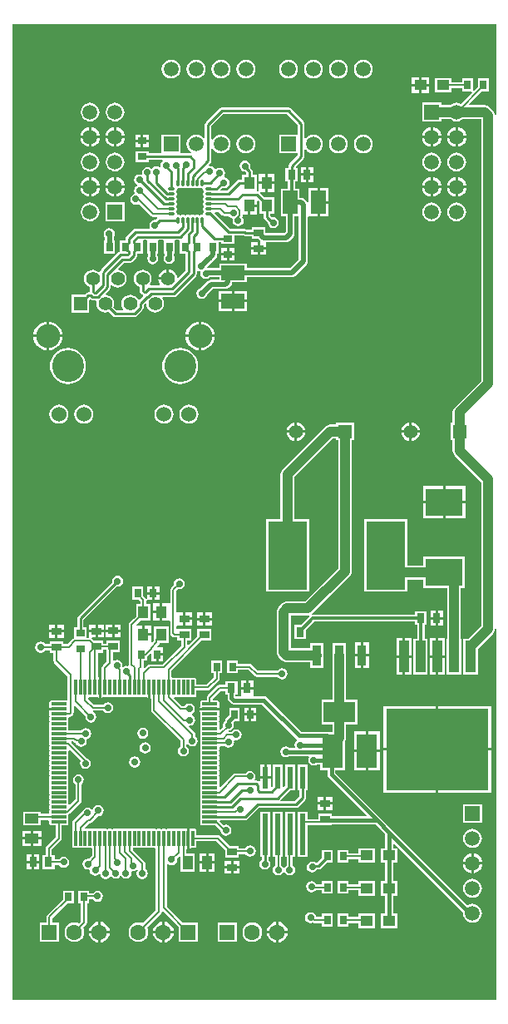
<source format=gtl>
G04*
G04 #@! TF.GenerationSoftware,Altium Limited,Altium Designer,20.0.13 (296)*
G04*
G04 Layer_Physical_Order=1*
G04 Layer_Color=255*
%FSLAX44Y44*%
%MOMM*%
G71*
G01*
G75*
%ADD10C,0.2500*%
%ADD11C,0.2000*%
%ADD15C,0.3000*%
%ADD17C,0.2540*%
%ADD22R,0.7000X0.9000*%
%ADD23R,0.6000X2.2000*%
%ADD24R,0.6000X4.2000*%
%ADD25R,1.0500X3.2000*%
%ADD26R,10.4500X8.3000*%
%ADD27R,0.8000X1.0000*%
%ADD28R,3.2500X2.1500*%
%ADD29R,0.9500X2.1500*%
%ADD30R,3.8100X2.7940*%
%ADD31R,1.0000X0.8000*%
%ADD32R,1.1000X1.3000*%
%ADD33R,1.2500X1.1000*%
%ADD34R,0.9000X0.7000*%
G04:AMPARAMS|DCode=35|XSize=1.56mm|YSize=0.28mm|CornerRadius=0.035mm|HoleSize=0mm|Usage=FLASHONLY|Rotation=270.000|XOffset=0mm|YOffset=0mm|HoleType=Round|Shape=RoundedRectangle|*
%AMROUNDEDRECTD35*
21,1,1.5600,0.2100,0,0,270.0*
21,1,1.4900,0.2800,0,0,270.0*
1,1,0.0700,-0.1050,-0.7450*
1,1,0.0700,-0.1050,0.7450*
1,1,0.0700,0.1050,0.7450*
1,1,0.0700,0.1050,-0.7450*
%
%ADD35ROUNDEDRECTD35*%
G04:AMPARAMS|DCode=36|XSize=1.56mm|YSize=0.28mm|CornerRadius=0.035mm|HoleSize=0mm|Usage=FLASHONLY|Rotation=0.000|XOffset=0mm|YOffset=0mm|HoleType=Round|Shape=RoundedRectangle|*
%AMROUNDEDRECTD36*
21,1,1.5600,0.2100,0,0,0.0*
21,1,1.4900,0.2800,0,0,0.0*
1,1,0.0700,0.7450,-0.1050*
1,1,0.0700,-0.7450,-0.1050*
1,1,0.0700,-0.7450,0.1050*
1,1,0.0700,0.7450,0.1050*
%
%ADD36ROUNDEDRECTD36*%
%ADD37R,1.0000X1.4000*%
G04:AMPARAMS|DCode=38|XSize=0.28mm|YSize=0.69mm|CornerRadius=0.07mm|HoleSize=0mm|Usage=FLASHONLY|Rotation=180.000|XOffset=0mm|YOffset=0mm|HoleType=Round|Shape=RoundedRectangle|*
%AMROUNDEDRECTD38*
21,1,0.2800,0.5500,0,0,180.0*
21,1,0.1400,0.6900,0,0,180.0*
1,1,0.1400,-0.0700,0.2750*
1,1,0.1400,0.0700,0.2750*
1,1,0.1400,0.0700,-0.2750*
1,1,0.1400,-0.0700,-0.2750*
%
%ADD38ROUNDEDRECTD38*%
G04:AMPARAMS|DCode=39|XSize=0.28mm|YSize=0.69mm|CornerRadius=0.07mm|HoleSize=0mm|Usage=FLASHONLY|Rotation=270.000|XOffset=0mm|YOffset=0mm|HoleType=Round|Shape=RoundedRectangle|*
%AMROUNDEDRECTD39*
21,1,0.2800,0.5500,0,0,270.0*
21,1,0.1400,0.6900,0,0,270.0*
1,1,0.1400,-0.2750,-0.0700*
1,1,0.1400,-0.2750,0.0700*
1,1,0.1400,0.2750,0.0700*
1,1,0.1400,0.2750,-0.0700*
%
%ADD39ROUNDEDRECTD39*%
%ADD40R,2.2860X2.2860*%
%ADD41R,1.5000X2.4000*%
%ADD42R,2.4000X1.5000*%
%ADD43R,2.1500X3.5000*%
%ADD44R,4.0000X7.0000*%
%ADD45R,1.4000X1.0000*%
%ADD81C,0.5000*%
%ADD82C,0.4000*%
%ADD83C,1.0000*%
%ADD84C,1.5000*%
%ADD85R,1.5000X1.5000*%
%ADD86C,1.4000*%
%ADD87R,1.4000X1.4000*%
%ADD88C,1.6000*%
%ADD89R,1.6000X1.6000*%
%ADD90R,1.3980X1.3980*%
%ADD91C,1.3980*%
%ADD92C,1.5300*%
%ADD93C,2.4450*%
%ADD94C,3.2500*%
%ADD95C,0.7000*%
%ADD96C,0.8000*%
G36*
X496432Y903993D02*
X495162Y903910D01*
X494977Y905312D01*
X494272Y907015D01*
X493149Y908478D01*
X489635Y911992D01*
X488172Y913114D01*
X486469Y913820D01*
X484642Y914060D01*
X469545D01*
X469059Y915234D01*
X482075Y928250D01*
X488750D01*
Y941250D01*
X477750D01*
Y932576D01*
X474020Y928846D01*
X472750Y929372D01*
Y941250D01*
X461750D01*
Y937309D01*
X450750D01*
Y941750D01*
X434250D01*
Y926750D01*
X450750D01*
Y931191D01*
X461750D01*
Y928250D01*
X471628D01*
X472154Y926980D01*
X460683Y915509D01*
X458880Y916255D01*
X456400Y916582D01*
X453920Y916255D01*
X451609Y915298D01*
X449996Y914060D01*
X440500D01*
Y916500D01*
X421500D01*
Y897500D01*
X440500D01*
Y899940D01*
X449996D01*
X451609Y898702D01*
X453920Y897745D01*
X456400Y897418D01*
X458880Y897745D01*
X461191Y898702D01*
X462804Y899940D01*
X481097D01*
Y633331D01*
X454257Y606492D01*
X453135Y605030D01*
X452430Y603327D01*
X452189Y601500D01*
Y590750D01*
X450250D01*
Y572750D01*
X452189D01*
Y561907D01*
X452430Y560080D01*
X453135Y558377D01*
X454257Y556915D01*
X481097Y530075D01*
Y384081D01*
X467765Y370750D01*
X463250D01*
Y334750D01*
X477750D01*
Y360765D01*
X493149Y376165D01*
X494272Y377627D01*
X494977Y379330D01*
X495162Y380732D01*
X496432Y380649D01*
Y3569D01*
X3569D01*
Y996432D01*
X496432D01*
Y903993D01*
D02*
G37*
%LPC*%
G36*
X361350Y960182D02*
X358870Y959856D01*
X356559Y958898D01*
X354575Y957376D01*
X353052Y955391D01*
X352095Y953080D01*
X351768Y950600D01*
X352095Y948120D01*
X353052Y945809D01*
X354575Y943825D01*
X356559Y942302D01*
X358870Y941345D01*
X361350Y941018D01*
X363830Y941345D01*
X366141Y942302D01*
X368125Y943825D01*
X369648Y945809D01*
X370606Y948120D01*
X370932Y950600D01*
X370606Y953080D01*
X369648Y955391D01*
X368125Y957376D01*
X366141Y958898D01*
X363830Y959856D01*
X361350Y960182D01*
D02*
G37*
G36*
X335950D02*
X333470Y959856D01*
X331159Y958898D01*
X329175Y957376D01*
X327652Y955391D01*
X326695Y953080D01*
X326368Y950600D01*
X326695Y948120D01*
X327652Y945809D01*
X329175Y943825D01*
X331159Y942302D01*
X333470Y941345D01*
X335950Y941018D01*
X338430Y941345D01*
X340741Y942302D01*
X342725Y943825D01*
X344248Y945809D01*
X345205Y948120D01*
X345532Y950600D01*
X345205Y953080D01*
X344248Y955391D01*
X342725Y957376D01*
X340741Y958898D01*
X338430Y959856D01*
X335950Y960182D01*
D02*
G37*
G36*
X310550D02*
X308070Y959856D01*
X305759Y958898D01*
X303775Y957376D01*
X302252Y955391D01*
X301295Y953080D01*
X300968Y950600D01*
X301295Y948120D01*
X302252Y945809D01*
X303775Y943825D01*
X305759Y942302D01*
X308070Y941345D01*
X310550Y941018D01*
X313030Y941345D01*
X315341Y942302D01*
X317325Y943825D01*
X318848Y945809D01*
X319806Y948120D01*
X320132Y950600D01*
X319806Y953080D01*
X318848Y955391D01*
X317325Y957376D01*
X315341Y958898D01*
X313030Y959856D01*
X310550Y960182D01*
D02*
G37*
G36*
X285150D02*
X282670Y959856D01*
X280359Y958898D01*
X278375Y957376D01*
X276852Y955391D01*
X275895Y953080D01*
X275568Y950600D01*
X275895Y948120D01*
X276852Y945809D01*
X278375Y943825D01*
X280359Y942302D01*
X282670Y941345D01*
X285150Y941018D01*
X287630Y941345D01*
X289941Y942302D01*
X291926Y943825D01*
X293448Y945809D01*
X294405Y948120D01*
X294732Y950600D01*
X294405Y953080D01*
X293448Y955391D01*
X291926Y957376D01*
X289941Y958898D01*
X287630Y959856D01*
X285150Y960182D01*
D02*
G37*
G36*
X241600D02*
X239120Y959856D01*
X236809Y958898D01*
X234824Y957376D01*
X233302Y955391D01*
X232344Y953080D01*
X232018Y950600D01*
X232344Y948120D01*
X233302Y945809D01*
X234824Y943825D01*
X236809Y942302D01*
X239120Y941345D01*
X241600Y941018D01*
X244080Y941345D01*
X246391Y942302D01*
X248375Y943825D01*
X249898Y945809D01*
X250855Y948120D01*
X251182Y950600D01*
X250855Y953080D01*
X249898Y955391D01*
X248375Y957376D01*
X246391Y958898D01*
X244080Y959856D01*
X241600Y960182D01*
D02*
G37*
G36*
X216200D02*
X213720Y959856D01*
X211409Y958898D01*
X209424Y957376D01*
X207901Y955391D01*
X206944Y953080D01*
X206618Y950600D01*
X206944Y948120D01*
X207901Y945809D01*
X209424Y943825D01*
X211409Y942302D01*
X213720Y941345D01*
X216200Y941018D01*
X218680Y941345D01*
X220991Y942302D01*
X222975Y943825D01*
X224498Y945809D01*
X225455Y948120D01*
X225782Y950600D01*
X225455Y953080D01*
X224498Y955391D01*
X222975Y957376D01*
X220991Y958898D01*
X218680Y959856D01*
X216200Y960182D01*
D02*
G37*
G36*
X190800D02*
X188320Y959856D01*
X186009Y958898D01*
X184024Y957376D01*
X182502Y955391D01*
X181544Y953080D01*
X181218Y950600D01*
X181544Y948120D01*
X182502Y945809D01*
X184024Y943825D01*
X186009Y942302D01*
X188320Y941345D01*
X190800Y941018D01*
X193280Y941345D01*
X195591Y942302D01*
X197575Y943825D01*
X199098Y945809D01*
X200055Y948120D01*
X200382Y950600D01*
X200055Y953080D01*
X199098Y955391D01*
X197575Y957376D01*
X195591Y958898D01*
X193280Y959856D01*
X190800Y960182D01*
D02*
G37*
G36*
X165400D02*
X162920Y959856D01*
X160609Y958898D01*
X158624Y957376D01*
X157101Y955391D01*
X156144Y953080D01*
X155818Y950600D01*
X156144Y948120D01*
X157101Y945809D01*
X158624Y943825D01*
X160609Y942302D01*
X162920Y941345D01*
X165400Y941018D01*
X167880Y941345D01*
X170191Y942302D01*
X172175Y943825D01*
X173698Y945809D01*
X174655Y948120D01*
X174982Y950600D01*
X174655Y953080D01*
X173698Y955391D01*
X172175Y957376D01*
X170191Y958898D01*
X167880Y959856D01*
X165400Y960182D01*
D02*
G37*
G36*
X428290Y942290D02*
X420770D01*
Y935520D01*
X428290D01*
Y942290D01*
D02*
G37*
G36*
X418230D02*
X410710D01*
Y935520D01*
X418230D01*
Y942290D01*
D02*
G37*
G36*
X428290Y932980D02*
X420770D01*
Y926210D01*
X428290D01*
Y932980D01*
D02*
G37*
G36*
X418230D02*
X410710D01*
Y926210D01*
X418230D01*
Y932980D01*
D02*
G37*
G36*
X108500Y916582D02*
X106020Y916255D01*
X103709Y915298D01*
X101725Y913775D01*
X100202Y911791D01*
X99245Y909480D01*
X98918Y907000D01*
X99245Y904520D01*
X100202Y902209D01*
X101725Y900225D01*
X103709Y898702D01*
X106020Y897745D01*
X108500Y897418D01*
X110980Y897745D01*
X113291Y898702D01*
X115276Y900225D01*
X116798Y902209D01*
X117756Y904520D01*
X118082Y907000D01*
X117756Y909480D01*
X116798Y911791D01*
X115276Y913775D01*
X113291Y915298D01*
X110980Y916255D01*
X108500Y916582D01*
D02*
G37*
G36*
X83100D02*
X80620Y916255D01*
X78309Y915298D01*
X76325Y913775D01*
X74802Y911791D01*
X73845Y909480D01*
X73518Y907000D01*
X73845Y904520D01*
X74802Y902209D01*
X76325Y900225D01*
X78309Y898702D01*
X80620Y897745D01*
X83100Y897418D01*
X85580Y897745D01*
X87891Y898702D01*
X89876Y900225D01*
X91398Y902209D01*
X92356Y904520D01*
X92682Y907000D01*
X92356Y909480D01*
X91398Y911791D01*
X89876Y913775D01*
X87891Y915298D01*
X85580Y916255D01*
X83100Y916582D01*
D02*
G37*
G36*
X109770Y891559D02*
Y882870D01*
X118460D01*
X118282Y884221D01*
X117270Y886663D01*
X115661Y888761D01*
X113563Y890370D01*
X111121Y891382D01*
X109770Y891559D01*
D02*
G37*
G36*
X84370D02*
Y882870D01*
X93060D01*
X92882Y884221D01*
X91870Y886663D01*
X90261Y888761D01*
X88163Y890370D01*
X85721Y891382D01*
X84370Y891559D01*
D02*
G37*
G36*
X457670D02*
Y882870D01*
X466359D01*
X466181Y884221D01*
X465170Y886663D01*
X463560Y888761D01*
X461463Y890370D01*
X459021Y891382D01*
X457670Y891559D01*
D02*
G37*
G36*
X432270D02*
Y882870D01*
X440959D01*
X440782Y884221D01*
X439770Y886663D01*
X438161Y888761D01*
X436063Y890370D01*
X433621Y891382D01*
X432270Y891559D01*
D02*
G37*
G36*
X455130D02*
X453779Y891382D01*
X451337Y890370D01*
X449239Y888761D01*
X447630Y886663D01*
X446618Y884221D01*
X446441Y882870D01*
X455130D01*
Y891559D01*
D02*
G37*
G36*
X429730D02*
X428379Y891382D01*
X425937Y890370D01*
X423839Y888761D01*
X422230Y886663D01*
X421218Y884221D01*
X421040Y882870D01*
X429730D01*
Y891559D01*
D02*
G37*
G36*
X107230D02*
X105879Y891382D01*
X103437Y890370D01*
X101340Y888761D01*
X99730Y886663D01*
X98719Y884221D01*
X98541Y882870D01*
X107230D01*
Y891559D01*
D02*
G37*
G36*
X81830D02*
X80479Y891382D01*
X78037Y890370D01*
X75940Y888761D01*
X74330Y886663D01*
X73319Y884221D01*
X73141Y882870D01*
X81830D01*
Y891559D01*
D02*
G37*
G36*
X285000Y911564D02*
X217250D01*
X215982Y911311D01*
X214907Y910593D01*
X200907Y896593D01*
X200189Y895518D01*
X199937Y894250D01*
Y880184D01*
X198666Y879753D01*
X197575Y881176D01*
X195591Y882698D01*
X193280Y883656D01*
X190800Y883982D01*
X188320Y883656D01*
X186009Y882698D01*
X184024Y881176D01*
X182502Y879191D01*
X181544Y876880D01*
X181218Y874400D01*
X181544Y871920D01*
X182502Y869609D01*
X184024Y867625D01*
X186009Y866102D01*
X186118Y866057D01*
X186183Y865923D01*
X185319Y864800D01*
X185250Y864814D01*
X176134D01*
X174900Y864900D01*
X174900Y866084D01*
Y883900D01*
X155900D01*
X155900Y864900D01*
X154666Y864814D01*
X142500D01*
Y867000D01*
X129500D01*
Y856000D01*
X142500D01*
Y858186D01*
X156761D01*
X157147Y856916D01*
X156285Y856340D01*
X155069Y854521D01*
X154642Y852375D01*
X154849Y851339D01*
X153706Y850575D01*
X152625Y851297D01*
X150479Y851724D01*
X148333Y851297D01*
X146514Y850081D01*
X146102Y849465D01*
X145465D01*
X143646Y850681D01*
X141500Y851108D01*
X139354Y850681D01*
X137535Y849465D01*
X136319Y847646D01*
X135892Y845500D01*
X136135Y844280D01*
X136121Y844248D01*
X135034Y843302D01*
X133500Y843608D01*
X131354Y843181D01*
X129535Y841965D01*
X128319Y840146D01*
X127892Y838000D01*
X128319Y835854D01*
X129535Y834035D01*
X130710Y833249D01*
Y831751D01*
X129535Y830965D01*
X128319Y829146D01*
X127892Y827000D01*
X128319Y824854D01*
X128410Y824718D01*
X127924Y823544D01*
X127354Y823431D01*
X125535Y822215D01*
X124319Y820396D01*
X123892Y818250D01*
X124319Y816104D01*
X125535Y814285D01*
X127354Y813069D01*
X129500Y812642D01*
X131646Y813069D01*
X132371Y813553D01*
X144637Y801287D01*
X144637Y801287D01*
X145629Y800624D01*
X146800Y800391D01*
X151104D01*
X151378Y799987D01*
X151593Y799121D01*
X149788Y797316D01*
X149019Y797469D01*
X146873Y797042D01*
X145054Y795826D01*
X143838Y794007D01*
X143411Y791861D01*
X143838Y789715D01*
X143952Y789545D01*
X143353Y788425D01*
X129447D01*
X128179Y788172D01*
X127688Y787845D01*
X127104Y787454D01*
X120012Y780363D01*
X119293Y779288D01*
X119293Y779288D01*
X119293Y779288D01*
X119041Y778020D01*
Y776000D01*
X113250D01*
Y764946D01*
X112573Y764811D01*
X111498Y764093D01*
X94953Y747549D01*
X94235Y746474D01*
X94134Y745966D01*
X93597Y745429D01*
X93597Y745429D01*
X93597Y745429D01*
X93252Y744912D01*
X93057Y744621D01*
X92991Y744565D01*
X92006Y744275D01*
X91560Y744235D01*
X90234Y745253D01*
X88047Y746159D01*
X85700Y746468D01*
X83353Y746159D01*
X81166Y745253D01*
X79288Y743812D01*
X77847Y741934D01*
X76941Y739747D01*
X76633Y737400D01*
X76941Y735053D01*
X77847Y732866D01*
X79288Y730988D01*
X81166Y729547D01*
X82387Y729042D01*
Y724645D01*
X82393Y724613D01*
X81657Y723715D01*
X81294Y723626D01*
X80049Y723379D01*
X78974Y722660D01*
X77304Y720990D01*
X64010D01*
Y703010D01*
X81990D01*
Y715555D01*
X82059Y715633D01*
X83260Y716184D01*
X83886Y715766D01*
X85154Y715514D01*
X88982D01*
X89579Y714620D01*
X89628Y714244D01*
X89333Y712000D01*
X89642Y709653D01*
X90547Y707466D01*
X91988Y705588D01*
X93866Y704147D01*
X96053Y703242D01*
X98400Y702933D01*
X100747Y703242D01*
X101967Y703747D01*
X106297Y699417D01*
X107372Y698699D01*
X107372Y698699D01*
X108640Y698446D01*
X128041D01*
X129310Y698699D01*
X130385Y699417D01*
X136383Y705415D01*
X137101Y706490D01*
X137353Y707758D01*
Y710719D01*
X139021Y712386D01*
X140167Y711736D01*
X140442Y709653D01*
X141347Y707466D01*
X142788Y705588D01*
X144666Y704147D01*
X146853Y703242D01*
X149200Y702933D01*
X151547Y703242D01*
X153734Y704147D01*
X155612Y705588D01*
X157053Y707466D01*
X157959Y709653D01*
X158268Y712000D01*
X157959Y714347D01*
X157053Y716534D01*
X156284Y717536D01*
X156910Y718806D01*
X168229D01*
X169497Y719059D01*
X170572Y719777D01*
X190738Y739943D01*
X191456Y741018D01*
X191709Y742286D01*
Y745214D01*
X192978Y745893D01*
X193997Y745213D01*
X195629Y744888D01*
X195643Y744853D01*
X195217Y742707D01*
X195643Y740561D01*
X196859Y738741D01*
X198678Y737526D01*
X200824Y737099D01*
X202970Y737526D01*
X204790Y738741D01*
X204904Y738912D01*
X214500D01*
Y736088D01*
X206000D01*
X204244Y735739D01*
X202756Y734744D01*
X195650Y727639D01*
X194604Y727431D01*
X192785Y726215D01*
X191569Y724396D01*
X191142Y722250D01*
X191569Y720104D01*
X192785Y718285D01*
X194604Y717069D01*
X196750Y716642D01*
X198896Y717069D01*
X200715Y718285D01*
X201931Y720104D01*
X202139Y721150D01*
X207900Y726912D01*
X221000D01*
X222756Y727261D01*
X224244Y728256D01*
X226295Y730306D01*
X227289Y731795D01*
X227639Y733550D01*
Y734000D01*
X242500D01*
Y738912D01*
X288500D01*
X290256Y739261D01*
X291744Y740256D01*
X303366Y751877D01*
X304360Y753366D01*
X304709Y755122D01*
Y799809D01*
X305710Y800460D01*
X305979Y800460D01*
X314480D01*
Y815000D01*
Y829540D01*
X305710D01*
Y814430D01*
X304440Y814305D01*
X304360Y814706D01*
X303366Y816194D01*
X301315Y818244D01*
X299827Y819239D01*
X298071Y819588D01*
X296250D01*
Y829000D01*
X291569D01*
Y836250D01*
X294000D01*
Y850250D01*
X292891D01*
X292365Y851520D01*
X300343Y859498D01*
X301061Y860573D01*
X301314Y861841D01*
Y868746D01*
X302584Y869177D01*
X303775Y867625D01*
X305759Y866102D01*
X308070Y865145D01*
X310550Y864818D01*
X313030Y865145D01*
X315341Y866102D01*
X317325Y867625D01*
X318848Y869609D01*
X319806Y871920D01*
X320132Y874400D01*
X319806Y876880D01*
X318848Y879191D01*
X317325Y881176D01*
X315341Y882698D01*
X313030Y883656D01*
X310550Y883982D01*
X308070Y883656D01*
X305759Y882698D01*
X303775Y881176D01*
X302584Y879623D01*
X301314Y880055D01*
Y895250D01*
X301061Y896518D01*
X300343Y897593D01*
X287343Y910593D01*
X286268Y911311D01*
X286058Y911353D01*
X285000Y911564D01*
D02*
G37*
G36*
X143040Y883540D02*
X137270D01*
Y878770D01*
X143040D01*
Y883540D01*
D02*
G37*
G36*
X134730D02*
X128960D01*
Y878770D01*
X134730D01*
Y883540D01*
D02*
G37*
G36*
X118460Y880330D02*
X109770D01*
Y871641D01*
X111121Y871818D01*
X113563Y872830D01*
X115661Y874439D01*
X117270Y876537D01*
X118282Y878979D01*
X118460Y880330D01*
D02*
G37*
G36*
X93060D02*
X84370D01*
Y871641D01*
X85721Y871818D01*
X88163Y872830D01*
X90261Y874439D01*
X91870Y876537D01*
X92882Y878979D01*
X93060Y880330D01*
D02*
G37*
G36*
X466359D02*
X457670D01*
Y871641D01*
X459021Y871818D01*
X461463Y872830D01*
X463560Y874439D01*
X465170Y876537D01*
X466181Y878979D01*
X466359Y880330D01*
D02*
G37*
G36*
X440959D02*
X432270D01*
Y871641D01*
X433621Y871818D01*
X436063Y872830D01*
X438161Y874439D01*
X439770Y876537D01*
X440782Y878979D01*
X440959Y880330D01*
D02*
G37*
G36*
X455130D02*
X446441D01*
X446618Y878979D01*
X447630Y876537D01*
X449239Y874439D01*
X451337Y872830D01*
X453779Y871818D01*
X455130Y871641D01*
Y880330D01*
D02*
G37*
G36*
X429730D02*
X421040D01*
X421218Y878979D01*
X422230Y876537D01*
X423839Y874439D01*
X425937Y872830D01*
X428379Y871818D01*
X429730Y871641D01*
Y880330D01*
D02*
G37*
G36*
X107230D02*
X98541D01*
X98719Y878979D01*
X99730Y876537D01*
X101340Y874439D01*
X103437Y872830D01*
X105879Y871818D01*
X107230Y871641D01*
Y880330D01*
D02*
G37*
G36*
X81830D02*
X73141D01*
X73319Y878979D01*
X74330Y876537D01*
X75940Y874439D01*
X78037Y872830D01*
X80479Y871818D01*
X81830Y871641D01*
Y880330D01*
D02*
G37*
G36*
X143040Y876230D02*
X137270D01*
Y871460D01*
X143040D01*
Y876230D01*
D02*
G37*
G36*
X134730D02*
X128960D01*
Y871460D01*
X134730D01*
Y876230D01*
D02*
G37*
G36*
X361350Y883982D02*
X358870Y883656D01*
X356559Y882698D01*
X354575Y881176D01*
X353052Y879191D01*
X352095Y876880D01*
X351768Y874400D01*
X352095Y871920D01*
X353052Y869609D01*
X354575Y867625D01*
X356559Y866102D01*
X358870Y865145D01*
X361350Y864818D01*
X363830Y865145D01*
X366141Y866102D01*
X368125Y867625D01*
X369648Y869609D01*
X370606Y871920D01*
X370932Y874400D01*
X370606Y876880D01*
X369648Y879191D01*
X368125Y881176D01*
X366141Y882698D01*
X363830Y883656D01*
X361350Y883982D01*
D02*
G37*
G36*
X335950D02*
X333470Y883656D01*
X331159Y882698D01*
X329175Y881176D01*
X327652Y879191D01*
X326695Y876880D01*
X326368Y874400D01*
X326695Y871920D01*
X327652Y869609D01*
X329175Y867625D01*
X331159Y866102D01*
X333470Y865145D01*
X335950Y864818D01*
X338430Y865145D01*
X340741Y866102D01*
X342725Y867625D01*
X344248Y869609D01*
X345205Y871920D01*
X345532Y874400D01*
X345205Y876880D01*
X344248Y879191D01*
X342725Y881176D01*
X340741Y882698D01*
X338430Y883656D01*
X335950Y883982D01*
D02*
G37*
G36*
X456400Y865782D02*
X453920Y865455D01*
X451609Y864498D01*
X449624Y862975D01*
X448102Y860991D01*
X447145Y858680D01*
X446818Y856200D01*
X447145Y853720D01*
X448102Y851409D01*
X449624Y849425D01*
X451609Y847902D01*
X453920Y846945D01*
X456400Y846618D01*
X458880Y846945D01*
X461191Y847902D01*
X463175Y849425D01*
X464698Y851409D01*
X465655Y853720D01*
X465982Y856200D01*
X465655Y858680D01*
X464698Y860991D01*
X463175Y862975D01*
X461191Y864498D01*
X458880Y865455D01*
X456400Y865782D01*
D02*
G37*
G36*
X431000D02*
X428520Y865455D01*
X426209Y864498D01*
X424225Y862975D01*
X422702Y860991D01*
X421744Y858680D01*
X421418Y856200D01*
X421744Y853720D01*
X422702Y851409D01*
X424225Y849425D01*
X426209Y847902D01*
X428520Y846945D01*
X431000Y846618D01*
X433480Y846945D01*
X435791Y847902D01*
X437775Y849425D01*
X439298Y851409D01*
X440255Y853720D01*
X440582Y856200D01*
X440255Y858680D01*
X439298Y860991D01*
X437775Y862975D01*
X435791Y864498D01*
X433480Y865455D01*
X431000Y865782D01*
D02*
G37*
G36*
X108500D02*
X106020Y865455D01*
X103709Y864498D01*
X101725Y862975D01*
X100202Y860991D01*
X99245Y858680D01*
X98918Y856200D01*
X99245Y853720D01*
X100202Y851409D01*
X101725Y849425D01*
X103709Y847902D01*
X106020Y846945D01*
X108500Y846618D01*
X110980Y846945D01*
X113291Y847902D01*
X115276Y849425D01*
X116798Y851409D01*
X117756Y853720D01*
X118082Y856200D01*
X117756Y858680D01*
X116798Y860991D01*
X115276Y862975D01*
X113291Y864498D01*
X110980Y865455D01*
X108500Y865782D01*
D02*
G37*
G36*
X83100D02*
X80620Y865455D01*
X78309Y864498D01*
X76325Y862975D01*
X74802Y860991D01*
X73845Y858680D01*
X73518Y856200D01*
X73845Y853720D01*
X74802Y851409D01*
X76325Y849425D01*
X78309Y847902D01*
X80620Y846945D01*
X83100Y846618D01*
X85580Y846945D01*
X87891Y847902D01*
X89876Y849425D01*
X91398Y851409D01*
X92356Y853720D01*
X92682Y856200D01*
X92356Y858680D01*
X91398Y860991D01*
X89876Y862975D01*
X87891Y864498D01*
X85580Y865455D01*
X83100Y865782D01*
D02*
G37*
G36*
X310540Y850790D02*
X305270D01*
Y844520D01*
X310540D01*
Y850790D01*
D02*
G37*
G36*
X302730D02*
X297460D01*
Y844520D01*
X302730D01*
Y850790D01*
D02*
G37*
G36*
X310540Y841980D02*
X305270D01*
Y835710D01*
X310540D01*
Y841980D01*
D02*
G37*
G36*
X302730D02*
X297460D01*
Y835710D01*
X302730D01*
Y841980D01*
D02*
G37*
G36*
X109770Y840759D02*
Y832070D01*
X118460D01*
X118282Y833421D01*
X117270Y835863D01*
X115661Y837961D01*
X113563Y839570D01*
X111121Y840582D01*
X109770Y840759D01*
D02*
G37*
G36*
X84370D02*
Y832070D01*
X93060D01*
X92882Y833421D01*
X91870Y835863D01*
X90261Y837961D01*
X88163Y839570D01*
X85721Y840582D01*
X84370Y840759D01*
D02*
G37*
G36*
X457670D02*
Y832070D01*
X466359D01*
X466181Y833421D01*
X465170Y835863D01*
X463560Y837961D01*
X461463Y839570D01*
X459021Y840582D01*
X457670Y840759D01*
D02*
G37*
G36*
X432270D02*
Y832070D01*
X440959D01*
X440782Y833421D01*
X439770Y835863D01*
X438161Y837961D01*
X436063Y839570D01*
X433621Y840582D01*
X432270Y840759D01*
D02*
G37*
G36*
X455130D02*
X453779Y840582D01*
X451337Y839570D01*
X449239Y837961D01*
X447630Y835863D01*
X446618Y833421D01*
X446441Y832070D01*
X455130D01*
Y840759D01*
D02*
G37*
G36*
X429730D02*
X428379Y840582D01*
X425937Y839570D01*
X423839Y837961D01*
X422230Y835863D01*
X421218Y833421D01*
X421040Y832070D01*
X429730D01*
Y840759D01*
D02*
G37*
G36*
X107230D02*
X105879Y840582D01*
X103437Y839570D01*
X101340Y837961D01*
X99730Y835863D01*
X98719Y833421D01*
X98541Y832070D01*
X107230D01*
Y840759D01*
D02*
G37*
G36*
X81830D02*
X80479Y840582D01*
X78037Y839570D01*
X75940Y837961D01*
X74330Y835863D01*
X73319Y833421D01*
X73141Y832070D01*
X81830D01*
Y840759D01*
D02*
G37*
G36*
X118460Y829530D02*
X109770D01*
Y820841D01*
X111121Y821018D01*
X113563Y822030D01*
X115661Y823639D01*
X117270Y825737D01*
X118282Y828179D01*
X118460Y829530D01*
D02*
G37*
G36*
X93060D02*
X84370D01*
Y820841D01*
X85721Y821018D01*
X88163Y822030D01*
X90261Y823639D01*
X91870Y825737D01*
X92882Y828179D01*
X93060Y829530D01*
D02*
G37*
G36*
X466359D02*
X457670D01*
Y820841D01*
X459021Y821018D01*
X461463Y822030D01*
X463560Y823639D01*
X465170Y825737D01*
X466181Y828179D01*
X466359Y829530D01*
D02*
G37*
G36*
X440959D02*
X432270D01*
Y820841D01*
X433621Y821018D01*
X436063Y822030D01*
X438161Y823639D01*
X439770Y825737D01*
X440782Y828179D01*
X440959Y829530D01*
D02*
G37*
G36*
X455130D02*
X446441D01*
X446618Y828179D01*
X447630Y825737D01*
X449239Y823639D01*
X451337Y822030D01*
X453779Y821018D01*
X455130Y820841D01*
Y829530D01*
D02*
G37*
G36*
X429730D02*
X421040D01*
X421218Y828179D01*
X422230Y825737D01*
X423839Y823639D01*
X425937Y822030D01*
X428379Y821018D01*
X429730Y820841D01*
Y829530D01*
D02*
G37*
G36*
X107230D02*
X98541D01*
X98719Y828179D01*
X99730Y825737D01*
X101340Y823639D01*
X103437Y822030D01*
X105879Y821018D01*
X107230Y820841D01*
Y829530D01*
D02*
G37*
G36*
X81830D02*
X73141D01*
X73319Y828179D01*
X74330Y825737D01*
X75940Y823639D01*
X78037Y822030D01*
X80479Y821018D01*
X81830Y820841D01*
Y829530D01*
D02*
G37*
G36*
X325790Y829540D02*
X317020D01*
Y816270D01*
X325790D01*
Y829540D01*
D02*
G37*
G36*
Y813730D02*
X317020D01*
Y800460D01*
X325790D01*
Y813730D01*
D02*
G37*
G36*
X118000Y814900D02*
X99000D01*
Y795900D01*
X118000D01*
Y814900D01*
D02*
G37*
G36*
X456400Y814982D02*
X453920Y814655D01*
X451609Y813698D01*
X449624Y812175D01*
X448102Y810191D01*
X447145Y807880D01*
X446818Y805400D01*
X447145Y802920D01*
X448102Y800609D01*
X449624Y798624D01*
X451609Y797102D01*
X453920Y796144D01*
X456400Y795818D01*
X458880Y796144D01*
X461191Y797102D01*
X463175Y798624D01*
X464698Y800609D01*
X465655Y802920D01*
X465982Y805400D01*
X465655Y807880D01*
X464698Y810191D01*
X463175Y812175D01*
X461191Y813698D01*
X458880Y814655D01*
X456400Y814982D01*
D02*
G37*
G36*
X431000D02*
X428520Y814655D01*
X426209Y813698D01*
X424225Y812175D01*
X422702Y810191D01*
X421744Y807880D01*
X421418Y805400D01*
X421744Y802920D01*
X422702Y800609D01*
X424225Y798624D01*
X426209Y797102D01*
X428520Y796144D01*
X431000Y795818D01*
X433480Y796144D01*
X435791Y797102D01*
X437775Y798624D01*
X439298Y800609D01*
X440255Y802920D01*
X440582Y805400D01*
X440255Y807880D01*
X439298Y810191D01*
X437775Y812175D01*
X435791Y813698D01*
X433480Y814655D01*
X431000Y814982D01*
D02*
G37*
G36*
X83100D02*
X80620Y814655D01*
X78309Y813698D01*
X76325Y812175D01*
X74802Y810191D01*
X73845Y807880D01*
X73518Y805400D01*
X73845Y802920D01*
X74802Y800609D01*
X76325Y798624D01*
X78309Y797102D01*
X80620Y796144D01*
X83100Y795818D01*
X85580Y796144D01*
X87891Y797102D01*
X89876Y798624D01*
X91398Y800609D01*
X92356Y802920D01*
X92682Y805400D01*
X92356Y807880D01*
X91398Y810191D01*
X89876Y812175D01*
X87891Y813698D01*
X85580Y814655D01*
X83100Y814982D01*
D02*
G37*
G36*
X102500Y788608D02*
X100354Y788181D01*
X98535Y786965D01*
X97319Y785146D01*
X96892Y783000D01*
X97319Y780854D01*
X98037Y779780D01*
Y776000D01*
X97250D01*
Y763000D01*
X108250D01*
Y776000D01*
X107213D01*
Y780154D01*
X107681Y780854D01*
X108108Y783000D01*
X107681Y785146D01*
X106466Y786965D01*
X104646Y788181D01*
X102500Y788608D01*
D02*
G37*
G36*
X243040Y724540D02*
X229770D01*
Y715770D01*
X243040D01*
Y724540D01*
D02*
G37*
G36*
X227230D02*
X213960D01*
Y715770D01*
X227230D01*
Y724540D01*
D02*
G37*
G36*
X243040Y713230D02*
X229770D01*
Y704460D01*
X243040D01*
Y713230D01*
D02*
G37*
G36*
X227230D02*
X213960D01*
Y704460D01*
X227230D01*
Y713230D01*
D02*
G37*
G36*
X196220Y693711D02*
Y680270D01*
X209662D01*
X209501Y681894D01*
X208657Y684678D01*
X207286Y687243D01*
X205441Y689491D01*
X203193Y691336D01*
X200628Y692707D01*
X197845Y693551D01*
X196220Y693711D01*
D02*
G37*
G36*
X41320D02*
Y680270D01*
X54762D01*
X54602Y681894D01*
X53757Y684678D01*
X52386Y687243D01*
X50541Y689491D01*
X48293Y691336D01*
X45728Y692707D01*
X42945Y693551D01*
X41320Y693711D01*
D02*
G37*
G36*
X193680D02*
X192056Y693551D01*
X189272Y692707D01*
X186707Y691336D01*
X184459Y689491D01*
X182614Y687243D01*
X181243Y684678D01*
X180399Y681894D01*
X180239Y680270D01*
X193680D01*
Y693711D01*
D02*
G37*
G36*
X38780D02*
X37156Y693551D01*
X34373Y692707D01*
X31808Y691336D01*
X29559Y689491D01*
X27714Y687243D01*
X26343Y684678D01*
X25499Y681894D01*
X25339Y680270D01*
X38780D01*
Y693711D01*
D02*
G37*
G36*
X209662Y677730D02*
X196220D01*
Y664289D01*
X197845Y664449D01*
X200628Y665293D01*
X203193Y666664D01*
X205441Y668509D01*
X207286Y670757D01*
X208657Y673322D01*
X209501Y676105D01*
X209662Y677730D01*
D02*
G37*
G36*
X54762D02*
X41320D01*
Y664289D01*
X42945Y664449D01*
X45728Y665293D01*
X48293Y666664D01*
X50541Y668509D01*
X52386Y670757D01*
X53757Y673322D01*
X54602Y676105D01*
X54762Y677730D01*
D02*
G37*
G36*
X193680D02*
X180239D01*
X180399Y676105D01*
X181243Y673322D01*
X182614Y670757D01*
X184459Y668509D01*
X186707Y666664D01*
X189272Y665293D01*
X192056Y664449D01*
X193680Y664289D01*
Y677730D01*
D02*
G37*
G36*
X38780D02*
X25339D01*
X25499Y676105D01*
X26343Y673322D01*
X27714Y670757D01*
X29559Y668509D01*
X31808Y666664D01*
X34373Y665293D01*
X37156Y664449D01*
X38780Y664289D01*
Y677730D01*
D02*
G37*
G36*
X174650Y666838D02*
X171072Y666486D01*
X167632Y665443D01*
X164462Y663748D01*
X161683Y661467D01*
X159402Y658688D01*
X157708Y655518D01*
X156664Y652078D01*
X156312Y648500D01*
X156664Y644922D01*
X157708Y641482D01*
X159402Y638312D01*
X161683Y635533D01*
X164462Y633252D01*
X167632Y631558D01*
X171072Y630514D01*
X174650Y630162D01*
X178228Y630514D01*
X181668Y631558D01*
X184838Y633252D01*
X187617Y635533D01*
X189898Y638312D01*
X191592Y641482D01*
X192636Y644922D01*
X192988Y648500D01*
X192636Y652078D01*
X191592Y655518D01*
X189898Y658688D01*
X187617Y661467D01*
X184838Y663748D01*
X181668Y665443D01*
X178228Y666486D01*
X174650Y666838D01*
D02*
G37*
G36*
X60350D02*
X56772Y666486D01*
X53332Y665443D01*
X50162Y663748D01*
X47383Y661467D01*
X45102Y658688D01*
X43408Y655518D01*
X42364Y652078D01*
X42012Y648500D01*
X42364Y644922D01*
X43408Y641482D01*
X45102Y638312D01*
X47383Y635533D01*
X50162Y633252D01*
X53332Y631558D01*
X56772Y630514D01*
X60350Y630162D01*
X63928Y630514D01*
X67368Y631558D01*
X70538Y633252D01*
X73317Y635533D01*
X75598Y638312D01*
X77292Y641482D01*
X78336Y644922D01*
X78688Y648500D01*
X78336Y652078D01*
X77292Y655518D01*
X75598Y658688D01*
X73317Y661467D01*
X70538Y663748D01*
X67368Y665443D01*
X63928Y666486D01*
X60350Y666838D01*
D02*
G37*
G36*
X183750Y609233D02*
X181231Y608902D01*
X178884Y607929D01*
X176868Y606382D01*
X175321Y604367D01*
X174349Y602019D01*
X174017Y599500D01*
X174349Y596981D01*
X175321Y594633D01*
X176868Y592617D01*
X178884Y591071D01*
X181231Y590098D01*
X183750Y589767D01*
X186269Y590098D01*
X188617Y591071D01*
X190633Y592617D01*
X192180Y594633D01*
X193152Y596981D01*
X193484Y599500D01*
X193152Y602019D01*
X192180Y604367D01*
X190633Y606382D01*
X188617Y607929D01*
X186269Y608902D01*
X183750Y609233D01*
D02*
G37*
G36*
X158350D02*
X155831Y608902D01*
X153484Y607929D01*
X151468Y606382D01*
X149921Y604367D01*
X148949Y602019D01*
X148617Y599500D01*
X148949Y596981D01*
X149921Y594633D01*
X151468Y592617D01*
X153484Y591071D01*
X155831Y590098D01*
X158350Y589767D01*
X160869Y590098D01*
X163217Y591071D01*
X165233Y592617D01*
X166779Y594633D01*
X167752Y596981D01*
X168083Y599500D01*
X167752Y602019D01*
X166779Y604367D01*
X165233Y606382D01*
X163217Y607929D01*
X160869Y608902D01*
X158350Y609233D01*
D02*
G37*
G36*
X76650D02*
X74131Y608902D01*
X71783Y607929D01*
X69768Y606382D01*
X68221Y604367D01*
X67249Y602019D01*
X66917Y599500D01*
X67249Y596981D01*
X68221Y594633D01*
X69768Y592617D01*
X71783Y591071D01*
X74131Y590098D01*
X76650Y589767D01*
X79169Y590098D01*
X81517Y591071D01*
X83533Y592617D01*
X85079Y594633D01*
X86052Y596981D01*
X86383Y599500D01*
X86052Y602019D01*
X85079Y604367D01*
X83533Y606382D01*
X81517Y607929D01*
X79169Y608902D01*
X76650Y609233D01*
D02*
G37*
G36*
X51250D02*
X48731Y608902D01*
X46384Y607929D01*
X44368Y606382D01*
X42821Y604367D01*
X41849Y602019D01*
X41517Y599500D01*
X41849Y596981D01*
X42821Y594633D01*
X44368Y592617D01*
X46384Y591071D01*
X48731Y590098D01*
X51250Y589767D01*
X53769Y590098D01*
X56117Y591071D01*
X58133Y592617D01*
X59679Y594633D01*
X60652Y596981D01*
X60983Y599500D01*
X60652Y602019D01*
X59679Y604367D01*
X58133Y606382D01*
X56117Y607929D01*
X53769Y608902D01*
X51250Y609233D01*
D02*
G37*
G36*
X293770Y591205D02*
Y583020D01*
X301955D01*
X301794Y584240D01*
X300833Y586561D01*
X299304Y588554D01*
X297311Y590083D01*
X294990Y591044D01*
X293770Y591205D01*
D02*
G37*
G36*
X410520D02*
Y583020D01*
X418705D01*
X418544Y584240D01*
X417583Y586561D01*
X416054Y588554D01*
X414061Y590083D01*
X411740Y591044D01*
X410520Y591205D01*
D02*
G37*
G36*
X291230D02*
X290009Y591044D01*
X287689Y590083D01*
X285696Y588554D01*
X284167Y586561D01*
X283205Y584240D01*
X283045Y583020D01*
X291230D01*
Y591205D01*
D02*
G37*
G36*
X407980D02*
X406759Y591044D01*
X404439Y590083D01*
X402446Y588554D01*
X400917Y586561D01*
X399955Y584240D01*
X399795Y583020D01*
X407980D01*
Y591205D01*
D02*
G37*
G36*
X418705Y580480D02*
X410520D01*
Y572295D01*
X411740Y572455D01*
X414061Y573417D01*
X416054Y574946D01*
X417583Y576939D01*
X418544Y579259D01*
X418705Y580480D01*
D02*
G37*
G36*
X301955D02*
X293770D01*
Y572295D01*
X294990Y572455D01*
X297311Y573417D01*
X299304Y574946D01*
X300833Y576939D01*
X301794Y579259D01*
X301955Y580480D01*
D02*
G37*
G36*
X407980D02*
X399795D01*
X399955Y579259D01*
X400917Y576939D01*
X402446Y574946D01*
X404439Y573417D01*
X406759Y572455D01*
X407980Y572295D01*
Y580480D01*
D02*
G37*
G36*
X291230D02*
X283045D01*
X283205Y579259D01*
X284167Y576939D01*
X285696Y574946D01*
X287689Y573417D01*
X290009Y572455D01*
X291230Y572295D01*
Y580480D01*
D02*
G37*
G36*
X465090Y526195D02*
X444770D01*
Y510955D01*
X465090D01*
Y526195D01*
D02*
G37*
G36*
X442230D02*
X421910D01*
Y510955D01*
X442230D01*
Y526195D01*
D02*
G37*
G36*
X465090Y508415D02*
X444770D01*
Y493175D01*
X465090D01*
Y508415D01*
D02*
G37*
G36*
X442230D02*
X421910D01*
Y493175D01*
X442230D01*
Y508415D01*
D02*
G37*
G36*
X111000Y435107D02*
X108854Y434681D01*
X107035Y433465D01*
X105819Y431646D01*
X105392Y429500D01*
X105545Y428731D01*
X70657Y393843D01*
X69939Y392769D01*
X69686Y391500D01*
Y382500D01*
X66500D01*
Y371610D01*
X66329Y371576D01*
X65337Y370913D01*
X65337Y370913D01*
X59983Y365559D01*
X55750D01*
Y368500D01*
X41750D01*
Y365309D01*
X37321D01*
X36715Y366216D01*
X34896Y367431D01*
X32750Y367858D01*
X30604Y367431D01*
X28784Y366216D01*
X27569Y364396D01*
X27142Y362250D01*
X27569Y360104D01*
X28784Y358285D01*
X30604Y357069D01*
X32750Y356642D01*
X34896Y357069D01*
X36715Y358285D01*
X37321Y359192D01*
X41750D01*
Y356500D01*
X45691D01*
Y348750D01*
X45691Y348750D01*
X45924Y347580D01*
X46587Y346587D01*
X46587Y346587D01*
X60113Y333062D01*
Y308810D01*
X58843Y307908D01*
X58650Y307946D01*
X43750D01*
X42833Y307763D01*
X42056Y307244D01*
X41536Y306467D01*
X41354Y305550D01*
Y303450D01*
X41536Y302533D01*
X41568Y302486D01*
X41027Y301678D01*
X40847Y300770D01*
X51200D01*
Y298230D01*
X40847D01*
X41027Y297322D01*
X41568Y296514D01*
X41536Y296467D01*
X41354Y295550D01*
Y293450D01*
X41536Y292533D01*
X41892Y292000D01*
X41536Y291467D01*
X41354Y290550D01*
Y288450D01*
X41536Y287533D01*
X41892Y287000D01*
X41536Y286467D01*
X41354Y285550D01*
Y283450D01*
X41536Y282533D01*
X41892Y282000D01*
X41536Y281467D01*
X41354Y280550D01*
Y278450D01*
X41536Y277533D01*
X41892Y277000D01*
X41536Y276467D01*
X41354Y275550D01*
Y273450D01*
X41536Y272533D01*
X41892Y272000D01*
X41536Y271467D01*
X41354Y270550D01*
Y268450D01*
X41536Y267533D01*
X41892Y267000D01*
X41536Y266467D01*
X41354Y265550D01*
Y263450D01*
X41536Y262533D01*
X41892Y262000D01*
X41536Y261467D01*
X41354Y260550D01*
Y258450D01*
X41536Y257533D01*
X41892Y257000D01*
X41536Y256467D01*
X41354Y255550D01*
Y253450D01*
X41536Y252533D01*
X41892Y252000D01*
X41536Y251467D01*
X41354Y250550D01*
Y248450D01*
X41536Y247533D01*
X41892Y247000D01*
X41536Y246467D01*
X41354Y245550D01*
Y243450D01*
X41536Y242533D01*
X41892Y242000D01*
X41536Y241467D01*
X41354Y240550D01*
Y238450D01*
X41536Y237533D01*
X41892Y237000D01*
X41536Y236467D01*
X41354Y235550D01*
Y233450D01*
X41536Y232533D01*
X41892Y232000D01*
X41536Y231467D01*
X41354Y230550D01*
Y228450D01*
X41536Y227533D01*
X41892Y227000D01*
X41536Y226467D01*
X41354Y225550D01*
Y223450D01*
X41536Y222533D01*
X41892Y222000D01*
X41536Y221467D01*
X41354Y220550D01*
Y218450D01*
X41536Y217533D01*
X41892Y217000D01*
X41536Y216467D01*
X41354Y215550D01*
Y213450D01*
X41536Y212533D01*
X41892Y212000D01*
X41536Y211467D01*
X41354Y210550D01*
Y208450D01*
X41536Y207533D01*
X41892Y207000D01*
X41536Y206467D01*
X41354Y205550D01*
Y203450D01*
X41536Y202533D01*
X41892Y202000D01*
X41536Y201467D01*
X41354Y200550D01*
Y198450D01*
X41536Y197533D01*
X41892Y197000D01*
X41536Y196467D01*
X41354Y195550D01*
Y193450D01*
X40622Y192558D01*
X32750D01*
Y194750D01*
X14750D01*
Y180750D01*
X32750D01*
Y186441D01*
X40623D01*
X41354Y185550D01*
Y183450D01*
X41536Y182533D01*
X42056Y181756D01*
X42833Y181236D01*
X43750Y181054D01*
X48141D01*
Y169217D01*
X38837Y159913D01*
X38174Y158920D01*
X37941Y157750D01*
X37941Y157750D01*
Y150500D01*
X34750D01*
Y136500D01*
X46750D01*
Y140441D01*
X51679D01*
X52285Y139535D01*
X54104Y138319D01*
X56250Y137892D01*
X58396Y138319D01*
X60215Y139535D01*
X61431Y141354D01*
X61858Y143500D01*
X61431Y145646D01*
X60215Y147465D01*
X58396Y148681D01*
X56250Y149108D01*
X54104Y148681D01*
X52285Y147465D01*
X51679Y146559D01*
X46750D01*
Y150500D01*
X44059D01*
Y156483D01*
X53363Y165787D01*
X53363Y165787D01*
X54026Y166779D01*
X54259Y167950D01*
X54259Y167950D01*
Y181054D01*
X58650D01*
X59567Y181236D01*
X60344Y181756D01*
X60863Y182533D01*
X61046Y183450D01*
Y185550D01*
X60863Y186467D01*
X60507Y187000D01*
X60863Y187533D01*
X61046Y188450D01*
Y190550D01*
X60863Y191467D01*
X60798Y191565D01*
X61008Y192074D01*
X62001Y192737D01*
X73163Y203899D01*
X73826Y204892D01*
X74059Y206062D01*
Y222929D01*
X74965Y223535D01*
X76181Y225354D01*
X76608Y227500D01*
X76181Y229646D01*
X74965Y231465D01*
X73146Y232681D01*
X71000Y233108D01*
X68854Y232681D01*
X67035Y231465D01*
X65819Y229646D01*
X65392Y227500D01*
X65819Y225354D01*
X67035Y223535D01*
X67941Y222929D01*
Y207329D01*
X62759Y202147D01*
X61151Y202200D01*
X60863Y202533D01*
X61046Y203450D01*
Y205550D01*
X60863Y206467D01*
X60507Y207000D01*
X60863Y207533D01*
X61046Y208450D01*
Y210550D01*
X60863Y211467D01*
X60507Y212000D01*
X60863Y212533D01*
X61046Y213450D01*
Y215550D01*
X60863Y216467D01*
X60507Y217000D01*
X60863Y217533D01*
X61046Y218450D01*
Y220550D01*
X60863Y221467D01*
X60507Y222000D01*
X60863Y222533D01*
X61046Y223450D01*
Y225550D01*
X60863Y226467D01*
X60507Y227000D01*
X60863Y227533D01*
X61046Y228450D01*
Y230550D01*
X60863Y231467D01*
X60507Y232000D01*
X60863Y232533D01*
X61046Y233450D01*
Y235550D01*
X60863Y236467D01*
X60507Y237000D01*
X60863Y237533D01*
X61046Y238450D01*
Y240550D01*
X60863Y241467D01*
X60507Y242000D01*
X60863Y242533D01*
X61046Y243450D01*
Y245550D01*
X60863Y246467D01*
X60507Y247000D01*
X60863Y247533D01*
X61046Y248450D01*
Y250550D01*
X60863Y251467D01*
X60507Y252000D01*
X60863Y252533D01*
X61046Y253450D01*
Y255550D01*
X60863Y256467D01*
X60803Y256557D01*
X61233Y257607D01*
X62508Y257916D01*
X73578Y246846D01*
X73077Y246096D01*
X72650Y243950D01*
X73077Y241804D01*
X74292Y239985D01*
X76112Y238769D01*
X78258Y238342D01*
X80404Y238769D01*
X82223Y239985D01*
X83439Y241804D01*
X83865Y243950D01*
X83439Y246096D01*
X82223Y247915D01*
X80404Y249131D01*
X79831Y249245D01*
X63905Y265171D01*
X64431Y266441D01*
X65733D01*
X66912Y265262D01*
X66912Y265262D01*
X67905Y264599D01*
X68660Y264448D01*
X68670Y264398D01*
X69886Y262578D01*
X71705Y261363D01*
X73851Y260936D01*
X75997Y261363D01*
X77817Y262578D01*
X79032Y264398D01*
X79459Y266544D01*
X79269Y267500D01*
X80243Y268989D01*
X80646Y269069D01*
X82465Y270285D01*
X83681Y272104D01*
X84108Y274250D01*
X83681Y276396D01*
X82465Y278215D01*
X80646Y279431D01*
X78500Y279858D01*
X76354Y279431D01*
X74535Y278215D01*
X73968Y277366D01*
X73000Y277559D01*
X73000Y277559D01*
X61778D01*
X61046Y278450D01*
Y280550D01*
X60863Y281467D01*
X60507Y282000D01*
X60863Y282533D01*
X61046Y283450D01*
Y285550D01*
X60863Y286467D01*
X60507Y287000D01*
X60863Y287533D01*
X61046Y288450D01*
Y290550D01*
X61394Y290974D01*
X62001Y291441D01*
X62634Y291567D01*
X63170Y291674D01*
X63171Y291674D01*
X63171Y291674D01*
X63631Y291982D01*
X64163Y292337D01*
X64163Y292337D01*
X64163Y292337D01*
X65334Y293509D01*
X65334Y293509D01*
X65334Y293509D01*
X65335Y293509D01*
X65645Y293974D01*
X65997Y294501D01*
X65997Y294502D01*
X65998Y294502D01*
X66127Y295153D01*
X66230Y295672D01*
Y295672D01*
X66230Y295672D01*
X66230Y295673D01*
Y302785D01*
X67403Y303271D01*
X78355Y292319D01*
X78142Y291250D01*
X78569Y289104D01*
X79785Y287285D01*
X81604Y286069D01*
X83750Y285642D01*
X85896Y286069D01*
X87715Y287285D01*
X88931Y289104D01*
X89358Y291250D01*
X88931Y293396D01*
X87715Y295215D01*
X85896Y296431D01*
X86069Y297691D01*
X96429D01*
X97035Y296785D01*
X98854Y295569D01*
X101000Y295142D01*
X103146Y295569D01*
X104965Y296785D01*
X106181Y298604D01*
X106608Y300750D01*
X106181Y302896D01*
X104965Y304715D01*
X103146Y305931D01*
X101000Y306358D01*
X98854Y305931D01*
X97035Y304715D01*
X96429Y303809D01*
X87017D01*
X81266Y309559D01*
X81313Y310931D01*
X81950Y311454D01*
X84050D01*
X84967Y311636D01*
X85500Y311992D01*
X86033Y311636D01*
X86950Y311454D01*
X89050D01*
X89967Y311636D01*
X90014Y311668D01*
X90822Y311128D01*
X91730Y310947D01*
Y321300D01*
Y331877D01*
X91059Y332428D01*
Y356750D01*
X96500D01*
Y359691D01*
X99500D01*
Y357000D01*
X99941D01*
Y347692D01*
X95837Y343588D01*
X95174Y342595D01*
X94941Y341425D01*
X94941Y341425D01*
Y332428D01*
X94270Y331877D01*
Y321300D01*
Y310947D01*
X95178Y311128D01*
X95986Y311668D01*
X96033Y311636D01*
X96950Y311454D01*
X99050D01*
X99967Y311636D01*
X100500Y311992D01*
X101033Y311636D01*
X101950Y311454D01*
X104050D01*
X104967Y311636D01*
X105500Y311992D01*
X106033Y311636D01*
X106950Y311454D01*
X109050D01*
X109967Y311636D01*
X110500Y311992D01*
X111033Y311636D01*
X111950Y311454D01*
X114050D01*
X114967Y311636D01*
X115500Y311992D01*
X116033Y311636D01*
X116950Y311454D01*
X119050D01*
X119967Y311636D01*
X120500Y311992D01*
X121033Y311636D01*
X121950Y311454D01*
X124050D01*
X124967Y311636D01*
X125500Y311992D01*
X126033Y311636D01*
X126950Y311454D01*
X129050D01*
X129967Y311636D01*
X130500Y311992D01*
X131033Y311636D01*
X131950Y311454D01*
X134050D01*
X134967Y311636D01*
X135500Y311992D01*
X136033Y311636D01*
X136950Y311454D01*
X139050D01*
X139967Y311636D01*
X140014Y311668D01*
X140822Y311128D01*
X141730Y310947D01*
Y321300D01*
X144270D01*
Y310723D01*
X144942Y310172D01*
Y298250D01*
X144941Y298250D01*
X145174Y297079D01*
X145837Y296087D01*
X174941Y266983D01*
Y261321D01*
X174035Y260715D01*
X172819Y258896D01*
X172392Y256750D01*
X172819Y254604D01*
X174035Y252785D01*
X175854Y251569D01*
X178000Y251142D01*
X180146Y251569D01*
X181965Y252785D01*
X183181Y254604D01*
X183608Y256750D01*
X183181Y258896D01*
X181965Y260715D01*
X181059Y261321D01*
Y263456D01*
X182329Y263841D01*
X183035Y262785D01*
X184854Y261569D01*
X187000Y261142D01*
X189146Y261569D01*
X190965Y262785D01*
X192181Y264604D01*
X192608Y266750D01*
X192181Y268896D01*
X190965Y270715D01*
X190059Y271321D01*
Y273650D01*
X190059Y273651D01*
X189826Y274821D01*
X189163Y275814D01*
X189163Y275814D01*
X183725Y281252D01*
X184350Y282422D01*
X184500Y282392D01*
X186646Y282819D01*
X188465Y284035D01*
X189681Y285854D01*
X190108Y288000D01*
X189681Y290146D01*
X188465Y291965D01*
X186646Y293181D01*
X186575Y293195D01*
X186534Y293304D01*
X186441Y294516D01*
X187965Y295535D01*
X189181Y297354D01*
X189608Y299500D01*
X189181Y301646D01*
X187965Y303465D01*
X186146Y304681D01*
X184000Y305108D01*
X181854Y304681D01*
X180035Y303465D01*
X179429Y302559D01*
X176361D01*
X168586Y310334D01*
X168665Y310524D01*
X169227Y311489D01*
X169967Y311636D01*
X170500Y311992D01*
X171033Y311636D01*
X171950Y311454D01*
X174050D01*
X174967Y311636D01*
X175500Y311992D01*
X176033Y311636D01*
X176950Y311454D01*
X179050D01*
X179967Y311636D01*
X180500Y311992D01*
X181033Y311636D01*
X181950Y311454D01*
X184050D01*
X184967Y311636D01*
X185500Y311992D01*
X186033Y311636D01*
X186950Y311454D01*
X189050D01*
X189967Y311636D01*
X190744Y312156D01*
X191264Y312933D01*
X191446Y313850D01*
Y318241D01*
X202800D01*
X202800Y318241D01*
X203971Y318474D01*
X204344Y318724D01*
X204963Y319137D01*
X204963Y319137D01*
X214163Y328337D01*
X214163Y328337D01*
X214826Y329330D01*
X215059Y330500D01*
Y335750D01*
X217500D01*
Y348750D01*
X206500D01*
Y335750D01*
X208941D01*
Y331767D01*
X201533Y324359D01*
X191446D01*
Y328750D01*
X191264Y329667D01*
X190744Y330444D01*
X189967Y330964D01*
X189050Y331146D01*
X186950D01*
X186033Y330964D01*
X185500Y330607D01*
X184967Y330964D01*
X184050Y331146D01*
X181950D01*
X181033Y330964D01*
X180500Y330607D01*
X179967Y330964D01*
X179050Y331146D01*
X176950D01*
X176033Y330964D01*
X175500Y330607D01*
X174967Y330964D01*
X174050Y331146D01*
X171950D01*
X171033Y330964D01*
X170500Y330607D01*
X169967Y330964D01*
X169050Y331146D01*
X166950D01*
X166059Y331878D01*
Y338483D01*
X196576Y369000D01*
X206250D01*
Y381000D01*
X192250D01*
Y373326D01*
X183232Y364308D01*
X182059Y364794D01*
Y369250D01*
X186000D01*
Y381250D01*
X172000D01*
Y378309D01*
X170559D01*
Y383820D01*
X171460Y384710D01*
X171829Y384710D01*
X177730D01*
Y391250D01*
Y397790D01*
X171829D01*
X171460Y397790D01*
X170559Y398680D01*
Y419233D01*
X172681Y421355D01*
X173750Y421142D01*
X175896Y421569D01*
X177715Y422785D01*
X178931Y424604D01*
X179358Y426750D01*
X178931Y428896D01*
X177715Y430715D01*
X175896Y431931D01*
X173750Y432358D01*
X171604Y431931D01*
X169785Y430715D01*
X168569Y428896D01*
X168142Y426750D01*
X168355Y425681D01*
X165337Y422663D01*
X164674Y421670D01*
X164441Y420500D01*
X164441Y420500D01*
Y407327D01*
X163290Y407040D01*
X163171Y407040D01*
X156520D01*
Y398000D01*
Y388960D01*
X163171D01*
X163290Y388960D01*
X164441Y388674D01*
Y376422D01*
X164441Y376422D01*
X164674Y375251D01*
X165337Y374259D01*
X166509Y373087D01*
X166509Y373087D01*
X167501Y372424D01*
X168672Y372191D01*
X168672Y372191D01*
X172000D01*
Y369250D01*
X175941D01*
Y363767D01*
X156983Y344809D01*
X143575D01*
X143575Y344809D01*
X142404Y344576D01*
X141412Y343913D01*
X141412Y343913D01*
X138382Y340882D01*
X137287Y341397D01*
X137211Y341508D01*
X137309Y341999D01*
X137309Y342000D01*
X137309Y342000D01*
Y348500D01*
X141000D01*
Y352728D01*
X141163Y352837D01*
X144286Y355961D01*
X145460Y355475D01*
Y347960D01*
X150230D01*
Y355000D01*
X151500D01*
Y356270D01*
X157540D01*
Y362040D01*
X151525D01*
X151039Y363213D01*
X152916Y365091D01*
X152916Y365091D01*
X153580Y366083D01*
X153663Y366500D01*
X162750D01*
Y383500D01*
X147750D01*
Y370781D01*
X147695Y370504D01*
X147695Y370504D01*
Y368521D01*
X146463Y367289D01*
X145290Y367775D01*
Y373730D01*
X137250D01*
Y375000D01*
X135980D01*
Y384040D01*
X129912D01*
X129819Y384263D01*
X129796Y385549D01*
X130788Y386212D01*
X134076Y389500D01*
X144750D01*
Y406500D01*
X140309D01*
Y409788D01*
X141404Y410210D01*
X141577Y410210D01*
D01*
X141577D01*
Y410210D01*
X141577Y410210D01*
X146174D01*
Y415980D01*
X141404D01*
Y411480D01*
X141404Y411448D01*
X141302Y411438D01*
X141302D01*
X141302Y411438D01*
Y411438D01*
X140095Y411517D01*
X140076Y411615D01*
X139413Y412607D01*
X136944Y415076D01*
Y423750D01*
X125944D01*
Y410750D01*
X132619D01*
X134191Y409177D01*
Y406500D01*
X129750D01*
Y393826D01*
X127168Y391244D01*
X126955Y391201D01*
X125962Y390538D01*
X123087Y387663D01*
X122424Y386670D01*
X122191Y385500D01*
X122191Y385500D01*
Y344501D01*
X122191Y344501D01*
X122191Y344500D01*
Y344500D01*
X122240Y344257D01*
X121953Y343808D01*
X121159Y343177D01*
X120250Y343358D01*
X118104Y342931D01*
X116819Y342072D01*
X115676Y342836D01*
X115858Y343750D01*
X115431Y345896D01*
X114215Y347715D01*
X112396Y348931D01*
X110250Y349358D01*
X108104Y348931D01*
X107329Y348413D01*
X106059Y349091D01*
Y357000D01*
X113500D01*
Y369000D01*
X99500D01*
Y365809D01*
X96500D01*
Y368750D01*
X86826D01*
X84663Y370913D01*
X84623Y370940D01*
X85008Y372210D01*
X88230D01*
Y377480D01*
X81960D01*
Y373079D01*
X81960Y372210D01*
X80856Y371809D01*
X79500D01*
Y382500D01*
X76314D01*
Y390128D01*
X110231Y424045D01*
X111000Y423892D01*
X113146Y424319D01*
X114965Y425535D01*
X116181Y427354D01*
X116608Y429500D01*
X116181Y431646D01*
X114965Y433465D01*
X113146Y434681D01*
X111000Y435107D01*
D02*
G37*
G36*
X153484Y424290D02*
X148714D01*
Y418520D01*
X153484D01*
Y424290D01*
D02*
G37*
G36*
X146174D02*
X141404D01*
Y418520D01*
X146174D01*
Y424290D01*
D02*
G37*
G36*
X153484Y415980D02*
X148714D01*
Y410210D01*
X153484D01*
Y415980D01*
D02*
G37*
G36*
X153980Y407040D02*
X147210D01*
Y399270D01*
X153980D01*
Y407040D01*
D02*
G37*
G36*
X442540Y399290D02*
X437270D01*
Y393020D01*
X442540D01*
Y399290D01*
D02*
G37*
G36*
X434730D02*
X429460D01*
Y393020D01*
X434730D01*
Y399290D01*
D02*
G37*
G36*
X180270Y397790D02*
Y392520D01*
X186540D01*
Y397790D01*
X180270D01*
D02*
G37*
G36*
X206790Y397540D02*
X200520D01*
Y392270D01*
X206790D01*
Y397540D01*
D02*
G37*
G36*
X197980D02*
X191710D01*
Y392270D01*
X197980D01*
Y397540D01*
D02*
G37*
G36*
X153980Y396730D02*
X147210D01*
Y388960D01*
X153980D01*
Y396730D01*
D02*
G37*
G36*
X186540Y389980D02*
X180270D01*
Y384710D01*
X186540D01*
Y389980D01*
D02*
G37*
G36*
X206790Y389730D02*
X200520D01*
Y384460D01*
X206790D01*
Y389730D01*
D02*
G37*
G36*
X197980D02*
X191710D01*
Y384460D01*
X197980D01*
Y389730D01*
D02*
G37*
G36*
X442540Y390480D02*
X437270D01*
Y384210D01*
X442540D01*
Y390480D01*
D02*
G37*
G36*
X434730D02*
X429460D01*
Y384210D01*
X434730D01*
Y390480D01*
D02*
G37*
G36*
X114040Y385540D02*
X107770D01*
Y380270D01*
X114040D01*
Y385540D01*
D02*
G37*
G36*
X105230D02*
X98960D01*
Y380270D01*
X105230D01*
Y385540D01*
D02*
G37*
G36*
X97040Y385290D02*
X90770D01*
Y380020D01*
X97040D01*
Y385290D01*
D02*
G37*
G36*
X88230D02*
X81960D01*
Y380020D01*
X88230D01*
Y385290D01*
D02*
G37*
G36*
X56290Y385040D02*
X50020D01*
Y379770D01*
X56290D01*
Y385040D01*
D02*
G37*
G36*
X47480D02*
X41210D01*
Y379770D01*
X47480D01*
Y385040D01*
D02*
G37*
G36*
X145290Y384040D02*
X138520D01*
Y376270D01*
X145290D01*
Y384040D01*
D02*
G37*
G36*
X114040Y377730D02*
X107770D01*
Y372460D01*
X114040D01*
Y377730D01*
D02*
G37*
G36*
X105230D02*
X98960D01*
Y372460D01*
X105230D01*
Y377730D01*
D02*
G37*
G36*
X97040Y377480D02*
X90770D01*
Y372210D01*
X97040D01*
Y377480D01*
D02*
G37*
G36*
X56290Y377230D02*
X50020D01*
Y371960D01*
X56290D01*
Y377230D01*
D02*
G37*
G36*
X47480D02*
X41210D01*
Y371960D01*
X47480D01*
Y377230D01*
D02*
G37*
G36*
X367040Y367290D02*
X361020D01*
Y355270D01*
X367040D01*
Y367290D01*
D02*
G37*
G36*
X358480D02*
X352460D01*
Y355270D01*
X358480D01*
Y367290D01*
D02*
G37*
G36*
X444290Y371290D02*
X437770D01*
Y354020D01*
X444290D01*
Y371290D01*
D02*
G37*
G36*
X435230D02*
X428710D01*
Y354020D01*
X435230D01*
Y371290D01*
D02*
G37*
G36*
X410290D02*
X403770D01*
Y354020D01*
X410290D01*
Y371290D01*
D02*
G37*
G36*
X401230D02*
X394710D01*
Y354020D01*
X401230D01*
Y371290D01*
D02*
G37*
G36*
X157540Y353730D02*
X152770D01*
Y347960D01*
X157540D01*
Y353730D01*
D02*
G37*
G36*
X367040Y352730D02*
X361020D01*
Y340710D01*
X367040D01*
Y352730D01*
D02*
G37*
G36*
X358480D02*
X352460D01*
Y340710D01*
X358480D01*
Y352730D01*
D02*
G37*
G36*
X406000Y492750D02*
X362000D01*
Y418750D01*
X406000D01*
Y431255D01*
X422450D01*
Y422345D01*
X446440D01*
Y370750D01*
X446250D01*
Y334750D01*
X460750D01*
Y370750D01*
X460561D01*
Y422345D01*
X464550D01*
Y454285D01*
X422450D01*
Y445376D01*
X406000D01*
Y492750D01*
D02*
G37*
G36*
X351500Y590750D02*
X333500D01*
Y588810D01*
X327250D01*
X325423Y588570D01*
X323720Y587864D01*
X322258Y586742D01*
X279007Y543492D01*
X277885Y542030D01*
X277180Y540327D01*
X276940Y538500D01*
Y492750D01*
X262000D01*
Y418750D01*
X306000D01*
Y492750D01*
X291060D01*
Y535575D01*
X330175Y574690D01*
X333500D01*
Y572750D01*
X335440D01*
Y442675D01*
X301575Y408810D01*
X283608D01*
X282824Y408707D01*
X281781Y408570D01*
X281781Y408570D01*
X281780Y408570D01*
X281059Y408271D01*
X280078Y407864D01*
X280078Y407864D01*
X280078Y407864D01*
X279289Y407260D01*
X278616Y406743D01*
X275101Y403228D01*
X275101Y403228D01*
X275100Y403228D01*
X274521Y402472D01*
X273979Y401766D01*
X273979Y401766D01*
X273979Y401766D01*
X273644Y400959D01*
X273273Y400063D01*
X273273Y400063D01*
X273273Y400063D01*
X273159Y399198D01*
X273033Y398236D01*
X273033Y398236D01*
X273033Y398235D01*
Y357515D01*
X273273Y355687D01*
X273979Y353984D01*
X275100Y352522D01*
X278615Y349007D01*
X280077Y347885D01*
X281780Y347180D01*
X283608Y346939D01*
X307000D01*
Y341250D01*
X320500D01*
Y352004D01*
X320570Y352173D01*
X320810Y354000D01*
X320570Y355827D01*
X320500Y355996D01*
Y366750D01*
X307000D01*
Y361060D01*
X287153D01*
Y394689D01*
X304500D01*
X306052Y394894D01*
X306576Y394167D01*
X306711Y393757D01*
X297703Y384750D01*
X290750D01*
Y370750D01*
X302750D01*
Y379703D01*
X311229Y388181D01*
X414000D01*
Y384750D01*
X416432D01*
Y370750D01*
X412250D01*
Y334750D01*
X426750D01*
Y370750D01*
X423569D01*
Y384750D01*
X426000D01*
Y398750D01*
X414000D01*
Y395318D01*
X309750D01*
X309687Y395306D01*
X309148Y396493D01*
X309492Y396757D01*
X347493Y434758D01*
X348615Y436220D01*
X349320Y437923D01*
X349561Y439750D01*
Y572750D01*
X351500D01*
Y590750D01*
D02*
G37*
G36*
X444290Y351480D02*
X437770D01*
Y334210D01*
X444290D01*
Y351480D01*
D02*
G37*
G36*
X435230D02*
X428710D01*
Y334210D01*
X435230D01*
Y351480D01*
D02*
G37*
G36*
X410290D02*
X403770D01*
Y334210D01*
X410290D01*
Y351480D01*
D02*
G37*
G36*
X401230D02*
X394710D01*
Y334210D01*
X401230D01*
Y351480D01*
D02*
G37*
G36*
X233500Y348750D02*
X222500D01*
Y335750D01*
X233500D01*
Y339191D01*
X244234D01*
X250338Y333087D01*
X251330Y332424D01*
X252500Y332191D01*
X252501Y332191D01*
X273929D01*
X274535Y331285D01*
X276354Y330069D01*
X278500Y329642D01*
X280646Y330069D01*
X282465Y331285D01*
X283681Y333104D01*
X284108Y335250D01*
X283681Y337396D01*
X282465Y339215D01*
X280646Y340431D01*
X278500Y340858D01*
X276354Y340431D01*
X274535Y339215D01*
X273929Y338309D01*
X253767D01*
X247663Y344413D01*
X246671Y345076D01*
X245501Y345309D01*
X245501Y345309D01*
X233500D01*
Y348750D01*
D02*
G37*
G36*
X249540Y328290D02*
X244270D01*
Y322020D01*
X249540D01*
Y328290D01*
D02*
G37*
G36*
X241730D02*
X236460D01*
Y322020D01*
X241730D01*
Y328290D01*
D02*
G37*
G36*
X252040Y300790D02*
X247270D01*
Y295020D01*
X252040D01*
Y300790D01*
D02*
G37*
G36*
X244730D02*
X239960D01*
Y295020D01*
X244730D01*
Y300790D01*
D02*
G37*
G36*
X252040Y292480D02*
X247270D01*
Y286710D01*
X252040D01*
Y292480D01*
D02*
G37*
G36*
X244730D02*
X239960D01*
Y286710D01*
X244730D01*
Y292480D01*
D02*
G37*
G36*
X235500Y300250D02*
X224500D01*
Y293018D01*
X221451Y289969D01*
X220567Y288646D01*
X220303Y287318D01*
X219795Y286979D01*
X218580Y285160D01*
X218153Y283014D01*
X218494Y281300D01*
X215916Y278722D01*
X214646Y279248D01*
Y280550D01*
X214464Y281467D01*
X214108Y282000D01*
X214464Y282533D01*
X214646Y283450D01*
Y285550D01*
X214464Y286467D01*
X214108Y287000D01*
X214464Y287533D01*
X214646Y288450D01*
Y290550D01*
X214464Y291467D01*
X214108Y292000D01*
X214464Y292533D01*
X214646Y293450D01*
Y295550D01*
X214464Y296467D01*
X214432Y296514D01*
X214972Y297322D01*
X215153Y298230D01*
X194447D01*
X194628Y297322D01*
X195168Y296514D01*
X195137Y296467D01*
X194954Y295550D01*
Y293450D01*
X195137Y292533D01*
X195493Y292000D01*
X195137Y291467D01*
X194954Y290550D01*
Y288450D01*
X195137Y287533D01*
X195493Y287000D01*
X195137Y286467D01*
X194954Y285550D01*
Y283450D01*
X195137Y282533D01*
X195493Y282000D01*
X195137Y281467D01*
X194954Y280550D01*
Y278450D01*
X195137Y277533D01*
X195493Y277000D01*
X195137Y276467D01*
X194954Y275550D01*
Y273450D01*
X195137Y272533D01*
X195493Y272000D01*
X195137Y271467D01*
X194954Y270550D01*
Y268450D01*
X195137Y267533D01*
X195493Y267000D01*
X195137Y266467D01*
X194954Y265550D01*
Y263450D01*
X195137Y262533D01*
X195493Y262000D01*
X195137Y261467D01*
X194954Y260550D01*
Y258450D01*
X195137Y257533D01*
X195493Y257000D01*
X195137Y256467D01*
X194954Y255550D01*
Y253450D01*
X195137Y252533D01*
X195493Y252000D01*
X195137Y251467D01*
X194954Y250550D01*
Y248450D01*
X195137Y247533D01*
X195493Y247000D01*
X195137Y246467D01*
X194954Y245550D01*
Y243450D01*
X195137Y242533D01*
X195493Y242000D01*
X195137Y241467D01*
X194954Y240550D01*
Y238450D01*
X195137Y237533D01*
X195493Y237000D01*
X195137Y236467D01*
X194954Y235550D01*
Y233450D01*
X195137Y232533D01*
X195493Y232000D01*
X195137Y231467D01*
X194954Y230550D01*
Y228450D01*
X195137Y227533D01*
X195493Y227000D01*
X195137Y226467D01*
X194954Y225550D01*
Y223450D01*
X195137Y222533D01*
X195493Y222000D01*
X195137Y221467D01*
X194954Y220550D01*
Y218450D01*
X195137Y217533D01*
X195493Y217000D01*
X195137Y216467D01*
X194954Y215550D01*
Y213450D01*
X195137Y212533D01*
X195493Y212000D01*
X195137Y211467D01*
X194954Y210550D01*
Y208450D01*
X195137Y207533D01*
X195493Y207000D01*
X195137Y206467D01*
X194954Y205550D01*
Y203450D01*
X195137Y202533D01*
X195493Y202000D01*
X195137Y201467D01*
X194954Y200550D01*
Y198450D01*
X195137Y197533D01*
X195493Y197000D01*
X195137Y196467D01*
X194954Y195550D01*
Y193450D01*
X195137Y192533D01*
X195493Y192000D01*
X195137Y191467D01*
X194954Y190550D01*
Y188450D01*
X195137Y187533D01*
X195493Y187000D01*
X195137Y186467D01*
X194954Y185550D01*
Y183450D01*
X195137Y182533D01*
X195656Y181756D01*
X196433Y181236D01*
X197350Y181054D01*
X210320D01*
X215709Y175666D01*
X216069Y173854D01*
X217285Y172035D01*
X219104Y170819D01*
X221250Y170392D01*
X223396Y170819D01*
X225215Y172035D01*
X226431Y173854D01*
X226857Y176000D01*
X226431Y178146D01*
X225215Y179965D01*
X223396Y181181D01*
X221250Y181608D01*
X219104Y181181D01*
X218949Y181077D01*
X215130Y184896D01*
X215656Y186166D01*
X241000D01*
X242276Y186420D01*
X243357Y187142D01*
X254881Y198666D01*
X292500D01*
X293776Y198920D01*
X293776Y198920D01*
X293776Y198920D01*
X294210Y199210D01*
X294857Y199643D01*
X301907Y206692D01*
X302630Y207774D01*
X302630Y207774D01*
X302769Y208472D01*
X302884Y209049D01*
Y216500D01*
X304550D01*
Y242500D01*
X294550D01*
Y216500D01*
X296216D01*
Y210431D01*
X291119Y205334D01*
X277195D01*
X276669Y206604D01*
X286565Y216500D01*
X291850D01*
Y242500D01*
X281850D01*
Y221215D01*
X280323Y219689D01*
X279150Y220175D01*
Y242500D01*
X269150D01*
Y221215D01*
X268163Y220229D01*
X266990Y220715D01*
Y228230D01*
X255910D01*
Y225997D01*
X254736Y225511D01*
X254620Y225628D01*
X253538Y226350D01*
X252262Y226604D01*
X251122D01*
X250443Y227874D01*
X250931Y228604D01*
X251358Y230750D01*
X250931Y232896D01*
X249715Y234715D01*
X247896Y235931D01*
X245750Y236358D01*
X243604Y235931D01*
X241785Y234715D01*
X241179Y233809D01*
X230750D01*
X229579Y233576D01*
X228587Y232913D01*
X228587Y232913D01*
X215762Y220088D01*
X215624Y220145D01*
X214610Y220732D01*
X214464Y221467D01*
X214108Y222000D01*
X214464Y222533D01*
X214646Y223450D01*
Y225550D01*
X214464Y226467D01*
X214108Y227000D01*
X214464Y227533D01*
X214646Y228450D01*
Y230550D01*
X214464Y231467D01*
X214108Y232000D01*
X214464Y232533D01*
X214646Y233450D01*
Y235550D01*
X214464Y236467D01*
X214108Y237000D01*
X214464Y237533D01*
X214646Y238450D01*
Y240550D01*
X214464Y241467D01*
X214108Y242000D01*
X214464Y242533D01*
X214646Y243450D01*
Y245550D01*
X214464Y246467D01*
X214108Y247000D01*
X214464Y247533D01*
X214646Y248450D01*
Y250550D01*
X214464Y251467D01*
X214108Y252000D01*
X214464Y252533D01*
X214646Y253450D01*
Y255550D01*
X214464Y256467D01*
X214108Y257000D01*
X214464Y257533D01*
X214646Y258450D01*
Y260550D01*
X214642Y260571D01*
X215625Y261841D01*
X219791D01*
X220035Y261477D01*
X221854Y260261D01*
X224000Y259834D01*
X226146Y260261D01*
X227965Y261477D01*
X229181Y263296D01*
X229608Y265442D01*
X229343Y266775D01*
X230417Y267850D01*
X231750Y267585D01*
X233896Y268011D01*
X235715Y269227D01*
X236931Y271046D01*
X237358Y273192D01*
X236931Y275338D01*
X235715Y277158D01*
X233896Y278373D01*
X231750Y278800D01*
X229604Y278373D01*
X227785Y277158D01*
X227179Y276251D01*
X224463D01*
X224338Y277521D01*
X225907Y277833D01*
X227726Y279049D01*
X228942Y280868D01*
X229369Y283014D01*
X228942Y285160D01*
X228636Y285618D01*
X230268Y287250D01*
X235500D01*
Y300250D01*
D02*
G37*
G36*
X343500Y366750D02*
X330000D01*
Y355996D01*
X329930Y355827D01*
X329690Y354000D01*
Y308750D01*
X318500D01*
Y283250D01*
X329690D01*
Y276250D01*
X324394D01*
X324000Y276328D01*
X324000Y276328D01*
X297439D01*
X262634Y311134D01*
X261311Y312018D01*
X259750Y312328D01*
X259750Y312328D01*
X250445D01*
X249540Y313210D01*
X249540Y313598D01*
Y319480D01*
X236460D01*
Y313598D01*
X236460Y313210D01*
X235555Y312328D01*
X231078D01*
Y313750D01*
X233000D01*
Y327750D01*
X221000D01*
Y323809D01*
X214500D01*
X214500Y323809D01*
X213329Y323576D01*
X212956Y323326D01*
X212337Y322913D01*
X212337Y322913D01*
X202637Y313213D01*
X202637Y313213D01*
X201974Y312220D01*
X201741Y311050D01*
X201742Y311050D01*
Y307946D01*
X197350D01*
X196433Y307763D01*
X195656Y307244D01*
X195137Y306467D01*
X194954Y305550D01*
Y303450D01*
X195137Y302533D01*
X195168Y302486D01*
X194628Y301678D01*
X194447Y300770D01*
X215153D01*
X214972Y301678D01*
X214433Y302486D01*
X214464Y302533D01*
X214646Y303450D01*
Y305550D01*
X214464Y306467D01*
X213944Y307244D01*
X213167Y307763D01*
X212250Y307946D01*
X207859D01*
Y309783D01*
X215767Y317691D01*
X221000D01*
Y313750D01*
X222922D01*
Y310500D01*
X222921Y310500D01*
X223232Y308939D01*
X224116Y307616D01*
X226366Y305366D01*
X226366Y305366D01*
X227689Y304482D01*
X229250Y304172D01*
X258061D01*
X292866Y269366D01*
X293844Y268713D01*
X294002Y267582D01*
X293931Y267243D01*
X292822Y266502D01*
X291606Y264683D01*
X291179Y262537D01*
X291466Y261098D01*
X290571Y259828D01*
X286046D01*
X284396Y260931D01*
X282250Y261358D01*
X280104Y260931D01*
X278285Y259715D01*
X277069Y257896D01*
X276642Y255750D01*
X277069Y253604D01*
X278285Y251785D01*
X280104Y250569D01*
X282250Y250142D01*
X284396Y250569D01*
X286046Y251672D01*
X305562D01*
X306241Y250402D01*
X305569Y249396D01*
X305142Y247250D01*
X305569Y245104D01*
X306785Y243285D01*
X308604Y242069D01*
X310750Y241642D01*
X312896Y242069D01*
X314546Y243172D01*
X317250D01*
Y237250D01*
X324672D01*
Y232500D01*
X324672Y232500D01*
X324982Y230939D01*
X325866Y229616D01*
X364231Y191252D01*
X363745Y190079D01*
X329250D01*
Y193250D01*
X315250D01*
Y187309D01*
X304550D01*
Y194500D01*
X294550D01*
Y148500D01*
X304550D01*
Y181191D01*
X319250D01*
X319250Y181191D01*
X319544Y181250D01*
X329250D01*
Y181922D01*
X373561D01*
X383422Y172061D01*
Y157750D01*
X379250D01*
Y142750D01*
X383422D01*
Y124500D01*
X379250D01*
Y109500D01*
X383422D01*
Y91250D01*
X379250D01*
Y76250D01*
X395750D01*
Y91250D01*
X391578D01*
Y109500D01*
X395750D01*
Y124500D01*
X391578D01*
Y142750D01*
X395750D01*
Y157750D01*
X391578D01*
Y162245D01*
X392752Y162731D01*
X463036Y92446D01*
X462918Y91550D01*
X463245Y89070D01*
X464202Y86759D01*
X465724Y84775D01*
X467709Y83252D01*
X470020Y82295D01*
X472500Y81968D01*
X474980Y82295D01*
X477291Y83252D01*
X479275Y84775D01*
X480798Y86759D01*
X481755Y89070D01*
X482082Y91550D01*
X481755Y94030D01*
X480798Y96341D01*
X479275Y98326D01*
X477291Y99848D01*
X474980Y100806D01*
X472500Y101132D01*
X470020Y100806D01*
X467709Y99848D01*
X467404Y99614D01*
X390384Y176634D01*
X378134Y188884D01*
X378134Y188884D01*
X332828Y234189D01*
Y237250D01*
X342750D01*
Y266570D01*
X342865Y266720D01*
X343570Y268423D01*
X343811Y270250D01*
Y283250D01*
X355000D01*
Y308750D01*
X343811D01*
Y354000D01*
X343570Y355827D01*
X343500Y355996D01*
Y366750D01*
D02*
G37*
G36*
X136750Y280357D02*
X134604Y279931D01*
X132785Y278715D01*
X131569Y276896D01*
X131142Y274750D01*
X131569Y272604D01*
X132785Y270784D01*
X134604Y269569D01*
X136750Y269142D01*
X138896Y269569D01*
X140715Y270784D01*
X141931Y272604D01*
X142358Y274750D01*
X141931Y276896D01*
X140715Y278715D01*
X138896Y279931D01*
X136750Y280357D01*
D02*
G37*
G36*
X491290Y302290D02*
X437770D01*
Y259520D01*
X491290D01*
Y302290D01*
D02*
G37*
G36*
X435230D02*
X381710D01*
Y259520D01*
X435230D01*
Y302290D01*
D02*
G37*
G36*
X378290Y276790D02*
X366270D01*
Y258020D01*
X378290D01*
Y276790D01*
D02*
G37*
G36*
X363730D02*
X351710D01*
Y258020D01*
X363730D01*
Y276790D01*
D02*
G37*
G36*
X139000Y265358D02*
X136854Y264931D01*
X135035Y263715D01*
X133819Y261896D01*
X133392Y259750D01*
X133819Y257604D01*
X135035Y255785D01*
X136854Y254569D01*
X139000Y254142D01*
X141146Y254569D01*
X142965Y255785D01*
X144181Y257604D01*
X144608Y259750D01*
X144181Y261896D01*
X142965Y263715D01*
X141146Y264931D01*
X139000Y265358D01*
D02*
G37*
G36*
X128390Y251019D02*
X126244Y250592D01*
X124425Y249377D01*
X123210Y247557D01*
X122783Y245411D01*
X123210Y243265D01*
X124425Y241446D01*
X126244Y240230D01*
X128390Y239804D01*
X130536Y240230D01*
X132356Y241446D01*
X133571Y243265D01*
X133998Y245411D01*
X133571Y247557D01*
X132356Y249377D01*
X130536Y250592D01*
X128390Y251019D01*
D02*
G37*
G36*
X378290Y255480D02*
X366270D01*
Y236710D01*
X378290D01*
Y255480D01*
D02*
G37*
G36*
X363730D02*
X351710D01*
Y236710D01*
X363730D01*
Y255480D01*
D02*
G37*
G36*
X266990Y243040D02*
X262720D01*
Y230770D01*
X266990D01*
Y243040D01*
D02*
G37*
G36*
X260180D02*
X255910D01*
Y230770D01*
X260180D01*
Y243040D01*
D02*
G37*
G36*
X491290Y256980D02*
X437770D01*
Y214210D01*
X491290D01*
Y256980D01*
D02*
G37*
G36*
X435230D02*
X381710D01*
Y214210D01*
X435230D01*
Y256980D01*
D02*
G37*
G36*
X329790Y209790D02*
X323520D01*
Y204520D01*
X329790D01*
Y209790D01*
D02*
G37*
G36*
X320980D02*
X314710D01*
Y204520D01*
X320980D01*
Y209790D01*
D02*
G37*
G36*
X91250Y201608D02*
X89104Y201181D01*
X87285Y199965D01*
X86069Y198146D01*
X85942Y197505D01*
X84593Y197237D01*
X84428Y197485D01*
X82608Y198701D01*
X80462Y199128D01*
X78316Y198701D01*
X76497Y197485D01*
X75282Y195666D01*
X75205Y195281D01*
X65837Y185913D01*
X65174Y184921D01*
X64941Y183750D01*
X64941Y183750D01*
Y176374D01*
X64736Y176067D01*
X64554Y175150D01*
Y160250D01*
X64736Y159333D01*
X65256Y158556D01*
X66033Y158036D01*
X66950Y157854D01*
X69050D01*
X69967Y158036D01*
X70500Y158393D01*
X71033Y158036D01*
X71950Y157854D01*
X74050D01*
X74967Y158036D01*
X75500Y158392D01*
X76033Y158036D01*
X76950Y157854D01*
X79050D01*
X79967Y158036D01*
X80500Y158393D01*
X81033Y158036D01*
X81950Y157854D01*
X84050D01*
X84941Y157123D01*
Y149767D01*
X82069Y146895D01*
X81000Y147108D01*
X78854Y146681D01*
X77035Y145465D01*
X75819Y143646D01*
X75392Y141500D01*
X75819Y139354D01*
X77035Y137535D01*
X78854Y136319D01*
X81000Y135892D01*
X81699Y136031D01*
X82704Y134936D01*
X83069Y133104D01*
X84284Y131285D01*
X86104Y130069D01*
X88250Y129642D01*
X90396Y130069D01*
X92016Y131152D01*
X92886Y130983D01*
X93390Y130757D01*
X93569Y129854D01*
X94785Y128034D01*
X96604Y126819D01*
X98750Y126392D01*
X100896Y126819D01*
X102715Y128034D01*
X103195Y128752D01*
X104722D01*
X105035Y128285D01*
X106854Y127069D01*
X109000Y126643D01*
X111146Y127069D01*
X112965Y128285D01*
X113486Y129065D01*
X115014D01*
X115535Y128285D01*
X117354Y127069D01*
X119500Y126643D01*
X121646Y127069D01*
X123465Y128285D01*
X124681Y130104D01*
X125108Y132250D01*
X124860Y133496D01*
X125940Y134576D01*
X126721Y134421D01*
X128867Y134848D01*
X130354Y135841D01*
X130686Y136063D01*
X131538Y135221D01*
X131370Y134969D01*
X130819Y134146D01*
X130393Y132000D01*
X130819Y129854D01*
X132035Y128034D01*
X133854Y126819D01*
X136000Y126392D01*
X138146Y126819D01*
X139965Y128034D01*
X141181Y129854D01*
X141608Y132000D01*
X141181Y134146D01*
X139965Y135965D01*
X139309Y136404D01*
Y141750D01*
X139309Y141750D01*
X139076Y142920D01*
X138413Y143913D01*
X138413Y143913D01*
X126343Y155983D01*
X126394Y157398D01*
X126950Y157854D01*
X129050D01*
X129967Y158036D01*
X130500Y158393D01*
X131033Y158036D01*
X131950Y157854D01*
X134050D01*
X134967Y158036D01*
X135500Y158393D01*
X136033Y158036D01*
X136950Y157854D01*
X139050D01*
X139967Y158036D01*
X140500Y158392D01*
X141033Y158036D01*
X141950Y157854D01*
X144050D01*
X144967Y158036D01*
X145500Y158393D01*
X146033Y158036D01*
X146950Y157854D01*
X149050D01*
X149941Y157123D01*
Y94342D01*
X136770Y81170D01*
X134785Y81992D01*
X132175Y82336D01*
X129565Y81992D01*
X127132Y80985D01*
X125043Y79382D01*
X123440Y77293D01*
X122432Y74860D01*
X122089Y72250D01*
X122432Y69639D01*
X123440Y67207D01*
X125043Y65118D01*
X127132Y63515D01*
X129565Y62507D01*
X132175Y62164D01*
X134785Y62507D01*
X137218Y63515D01*
X139307Y65118D01*
X140910Y67207D01*
X141918Y69639D01*
X142261Y72250D01*
X141918Y74860D01*
X141096Y76845D01*
X155163Y90912D01*
X155163Y90912D01*
X155826Y91904D01*
X156059Y93075D01*
Y93181D01*
X157232Y93667D01*
X172975Y77924D01*
Y62250D01*
X192975D01*
Y82250D01*
X177301D01*
X161059Y98492D01*
Y141384D01*
X162329Y141839D01*
X163854Y140819D01*
X166000Y140393D01*
X168146Y140819D01*
X169965Y142035D01*
X171181Y143854D01*
X171608Y146000D01*
X171395Y147070D01*
X173717Y149391D01*
X174011Y149357D01*
X175013Y148891D01*
X175174Y148079D01*
X175250Y147966D01*
Y134000D01*
X189250D01*
Y152000D01*
X181059D01*
Y156572D01*
X181730Y157123D01*
Y167700D01*
Y178053D01*
X180822Y177872D01*
X180014Y177332D01*
X179967Y177364D01*
X179050Y177546D01*
X176950D01*
X176033Y177364D01*
X175500Y177007D01*
X174967Y177364D01*
X174050Y177546D01*
X171950D01*
X171033Y177364D01*
X170500Y177008D01*
X169967Y177364D01*
X169050Y177546D01*
X166950D01*
X166033Y177364D01*
X165500Y177007D01*
X164967Y177364D01*
X164050Y177546D01*
X161950D01*
X161033Y177364D01*
X160500Y177008D01*
X159967Y177364D01*
X159050Y177546D01*
X156950D01*
X156033Y177364D01*
X155500Y177007D01*
X154967Y177364D01*
X154050Y177546D01*
X151950D01*
X151033Y177364D01*
X150500Y177008D01*
X149967Y177364D01*
X149050Y177546D01*
X146950D01*
X146033Y177364D01*
X145500Y177007D01*
X144967Y177364D01*
X144050Y177546D01*
X141950D01*
X141033Y177364D01*
X140500Y177008D01*
X139967Y177364D01*
X139050Y177546D01*
X136950D01*
X136033Y177364D01*
X135500Y177007D01*
X134967Y177364D01*
X134050Y177546D01*
X131950D01*
X131033Y177364D01*
X130500Y177007D01*
X129967Y177364D01*
X129050Y177546D01*
X126950D01*
X126033Y177364D01*
X125500Y177008D01*
X124967Y177364D01*
X124050Y177546D01*
X121950D01*
X121033Y177364D01*
X120500Y177007D01*
X119967Y177364D01*
X119050Y177546D01*
X116950D01*
X116033Y177364D01*
X115500Y177008D01*
X114967Y177364D01*
X114050Y177546D01*
X111950D01*
X111033Y177364D01*
X110500Y177007D01*
X109967Y177364D01*
X109050Y177546D01*
X106950D01*
X106033Y177364D01*
X105500Y177008D01*
X104967Y177364D01*
X104050Y177546D01*
X101950D01*
X101033Y177364D01*
X100500Y177007D01*
X99967Y177364D01*
X99050Y177546D01*
X96950D01*
X96033Y177364D01*
X95500Y177008D01*
X94967Y177364D01*
X94050Y177546D01*
X91950D01*
X91033Y177364D01*
X90500Y177007D01*
X89967Y177364D01*
X89050Y177546D01*
X86950D01*
X86033Y177364D01*
X85500Y177008D01*
X84967Y177364D01*
X84050Y177546D01*
X81950D01*
X81033Y177364D01*
X80500Y177007D01*
X79967Y177364D01*
X79050Y177546D01*
X78168D01*
X77642Y178816D01*
X81979Y183153D01*
X82347D01*
X82347Y183153D01*
X83518Y183386D01*
X84510Y184049D01*
X90919Y190458D01*
X91250Y190392D01*
X93396Y190819D01*
X95215Y192035D01*
X96431Y193854D01*
X96858Y196000D01*
X96431Y198146D01*
X95215Y199965D01*
X93396Y201181D01*
X91250Y201608D01*
D02*
G37*
G36*
X329790Y201980D02*
X323520D01*
Y196710D01*
X329790D01*
Y201980D01*
D02*
G37*
G36*
X320980D02*
X314710D01*
Y196710D01*
X320980D01*
Y201980D01*
D02*
G37*
G36*
X482000Y202650D02*
X463000D01*
Y183650D01*
X482000D01*
Y202650D01*
D02*
G37*
G36*
X33290Y175290D02*
X25020D01*
Y169020D01*
X33290D01*
Y175290D01*
D02*
G37*
G36*
X22480D02*
X14210D01*
Y169020D01*
X22480D01*
Y175290D01*
D02*
G37*
G36*
X33290Y166480D02*
X25020D01*
Y160210D01*
X33290D01*
Y166480D01*
D02*
G37*
G36*
X22480D02*
X14210D01*
Y160210D01*
X22480D01*
Y166480D01*
D02*
G37*
G36*
X472500Y177332D02*
X470020Y177006D01*
X467709Y176049D01*
X465724Y174526D01*
X464202Y172541D01*
X463245Y170230D01*
X462918Y167750D01*
X463245Y165270D01*
X464202Y162959D01*
X465724Y160975D01*
X467709Y159452D01*
X470020Y158495D01*
X472500Y158168D01*
X474980Y158495D01*
X477291Y159452D01*
X479275Y160975D01*
X480798Y162959D01*
X481755Y165270D01*
X482082Y167750D01*
X481755Y170230D01*
X480798Y172541D01*
X479275Y174526D01*
X477291Y176049D01*
X474980Y177006D01*
X472500Y177332D01*
D02*
G37*
G36*
X372750Y157750D02*
X356250D01*
Y152557D01*
X346250D01*
Y155998D01*
X335250D01*
Y142998D01*
X346250D01*
Y146440D01*
X356250D01*
Y142750D01*
X372750D01*
Y157750D01*
D02*
G37*
G36*
X184270Y178053D02*
Y167700D01*
Y157347D01*
X185177Y157528D01*
X185986Y158068D01*
X186033Y158036D01*
X186950Y157854D01*
X189050D01*
X189967Y158036D01*
X190744Y158556D01*
X191264Y159333D01*
X191446Y160250D01*
Y164641D01*
X211784D01*
X220500Y155925D01*
Y148250D01*
X234500D01*
Y151691D01*
X241429D01*
X242035Y150785D01*
X243854Y149569D01*
X246000Y149142D01*
X248146Y149569D01*
X249965Y150785D01*
X251181Y152604D01*
X251608Y154750D01*
X251181Y156896D01*
X249965Y158715D01*
X248146Y159931D01*
X246000Y160358D01*
X243854Y159931D01*
X242035Y158715D01*
X241429Y157809D01*
X234500D01*
Y160250D01*
X224826D01*
X215214Y169863D01*
X214221Y170526D01*
X213051Y170759D01*
X213050Y170759D01*
X191446D01*
Y175150D01*
X191264Y176067D01*
X190744Y176844D01*
X189967Y177364D01*
X189050Y177546D01*
X186950D01*
X186033Y177364D01*
X185986Y177332D01*
X185177Y177872D01*
X184270Y178053D01*
D02*
G37*
G36*
X31290Y151040D02*
X26020D01*
Y144770D01*
X31290D01*
Y151040D01*
D02*
G37*
G36*
X23480D02*
X18210D01*
Y144770D01*
X23480D01*
Y151040D01*
D02*
G37*
G36*
X209790Y152540D02*
X203520D01*
Y144270D01*
X209790D01*
Y152540D01*
D02*
G37*
G36*
X200980D02*
X194710D01*
Y144270D01*
X200980D01*
Y152540D01*
D02*
G37*
G36*
X473770Y152310D02*
Y143620D01*
X482459D01*
X482281Y144971D01*
X481270Y147414D01*
X479661Y149511D01*
X477563Y151120D01*
X475121Y152132D01*
X473770Y152310D01*
D02*
G37*
G36*
X471230D02*
X469879Y152132D01*
X467437Y151120D01*
X465339Y149511D01*
X463730Y147414D01*
X462718Y144971D01*
X462541Y143620D01*
X471230D01*
Y152310D01*
D02*
G37*
G36*
X330250Y155998D02*
X319250D01*
Y147685D01*
X314240Y142675D01*
X312902D01*
X311396Y143681D01*
X309250Y144108D01*
X307104Y143681D01*
X305285Y142465D01*
X304069Y140646D01*
X303642Y138500D01*
X304069Y136354D01*
X305285Y134535D01*
X307104Y133319D01*
X309250Y132892D01*
X311396Y133319D01*
X313215Y134535D01*
X314226Y136047D01*
X315613D01*
X316881Y136300D01*
X317956Y137018D01*
X323936Y142998D01*
X330250D01*
Y155998D01*
D02*
G37*
G36*
X235040Y144790D02*
X228770D01*
Y139520D01*
X235040D01*
Y144790D01*
D02*
G37*
G36*
X226230D02*
X219960D01*
Y139520D01*
X226230D01*
Y144790D01*
D02*
G37*
G36*
X291850Y194500D02*
X281850D01*
Y148500D01*
X283191D01*
Y140071D01*
X282285Y139465D01*
X281069Y137646D01*
X281022Y137411D01*
X279727D01*
X279681Y137646D01*
X278465Y139465D01*
X277559Y140071D01*
Y148500D01*
X279150D01*
Y194500D01*
X269150D01*
Y148500D01*
X271441D01*
Y140071D01*
X270535Y139465D01*
X269319Y137646D01*
X268892Y135500D01*
X269319Y133354D01*
X270535Y131535D01*
X272354Y130319D01*
X274500Y129892D01*
X276646Y130319D01*
X278465Y131535D01*
X279681Y133354D01*
X279727Y133589D01*
X281022D01*
X281069Y133354D01*
X282285Y131535D01*
X284104Y130319D01*
X286250Y129892D01*
X288396Y130319D01*
X290215Y131535D01*
X291431Y133354D01*
X291858Y135500D01*
X291431Y137646D01*
X290215Y139465D01*
X289309Y140071D01*
Y148500D01*
X291850D01*
Y194500D01*
D02*
G37*
G36*
X31290Y142230D02*
X26020D01*
Y135960D01*
X31290D01*
Y142230D01*
D02*
G37*
G36*
X23480D02*
X18210D01*
Y135960D01*
X23480D01*
Y142230D01*
D02*
G37*
G36*
X266450Y194500D02*
X256450D01*
Y148500D01*
X257911D01*
Y146051D01*
X257035Y145465D01*
X255819Y143646D01*
X255392Y141500D01*
X255819Y139354D01*
X257035Y137535D01*
X258854Y136319D01*
X261000Y135892D01*
X263146Y136319D01*
X264965Y137535D01*
X266181Y139354D01*
X266608Y141500D01*
X266181Y143646D01*
X264965Y145465D01*
X264538Y145751D01*
Y148500D01*
X266450D01*
Y194500D01*
D02*
G37*
G36*
X209790Y141730D02*
X203520D01*
Y133460D01*
X209790D01*
Y141730D01*
D02*
G37*
G36*
X200980D02*
X194710D01*
Y133460D01*
X200980D01*
Y141730D01*
D02*
G37*
G36*
X482459Y141080D02*
X473770D01*
Y132391D01*
X475121Y132569D01*
X477563Y133580D01*
X479661Y135190D01*
X481270Y137287D01*
X482281Y139729D01*
X482459Y141080D01*
D02*
G37*
G36*
X471230D02*
X462541D01*
X462718Y139729D01*
X463730Y137287D01*
X465339Y135190D01*
X467437Y133580D01*
X469879Y132569D01*
X471230Y132391D01*
Y141080D01*
D02*
G37*
G36*
X235040Y136980D02*
X228770D01*
Y131710D01*
X235040D01*
Y136980D01*
D02*
G37*
G36*
X226230D02*
X219960D01*
Y131710D01*
X226230D01*
Y136980D01*
D02*
G37*
G36*
X372750Y124500D02*
X356250D01*
Y120806D01*
X346250D01*
Y124247D01*
X335250D01*
Y111247D01*
X346250D01*
Y114689D01*
X356250D01*
Y109500D01*
X372750D01*
Y124500D01*
D02*
G37*
G36*
X330250Y124247D02*
X319250D01*
Y120806D01*
X313574D01*
X312465Y122465D01*
X310646Y123681D01*
X308500Y124108D01*
X306354Y123681D01*
X304534Y122465D01*
X303319Y120646D01*
X302892Y118500D01*
X303319Y116354D01*
X304534Y114535D01*
X306354Y113319D01*
X308500Y112892D01*
X310646Y113319D01*
X312465Y114535D01*
X312568Y114689D01*
X319250D01*
Y111247D01*
X330250D01*
Y124247D01*
D02*
G37*
G36*
X472500Y126532D02*
X470020Y126206D01*
X467709Y125248D01*
X465724Y123726D01*
X464202Y121741D01*
X463245Y119430D01*
X462918Y116950D01*
X463245Y114470D01*
X464202Y112159D01*
X465724Y110175D01*
X467709Y108652D01*
X470020Y107695D01*
X472500Y107368D01*
X474980Y107695D01*
X477291Y108652D01*
X479275Y110175D01*
X480798Y112159D01*
X481755Y114470D01*
X482082Y116950D01*
X481755Y119430D01*
X480798Y121741D01*
X479275Y123726D01*
X477291Y125248D01*
X474980Y126206D01*
X472500Y126532D01*
D02*
G37*
G36*
X82250Y114500D02*
X71250D01*
Y101500D01*
X73691D01*
Y83267D01*
X71595Y81170D01*
X69611Y81992D01*
X67000Y82336D01*
X64390Y81992D01*
X61957Y80985D01*
X59868Y79382D01*
X58265Y77293D01*
X57258Y74860D01*
X56914Y72250D01*
X57258Y69639D01*
X58265Y67207D01*
X59868Y65118D01*
X61957Y63515D01*
X64390Y62507D01*
X67000Y62164D01*
X69611Y62507D01*
X72043Y63515D01*
X74132Y65118D01*
X75735Y67207D01*
X76743Y69639D01*
X77086Y72250D01*
X76743Y74860D01*
X75921Y76845D01*
X78913Y79837D01*
X79576Y80829D01*
X79809Y82000D01*
X79809Y82000D01*
Y101500D01*
X82250D01*
Y105691D01*
X85929D01*
X86535Y104785D01*
X88354Y103569D01*
X90500Y103142D01*
X92646Y103569D01*
X94466Y104785D01*
X95681Y106604D01*
X96108Y108750D01*
X95681Y110896D01*
X94466Y112715D01*
X92646Y113931D01*
X90500Y114358D01*
X88354Y113931D01*
X86535Y112715D01*
X85929Y111809D01*
X82250D01*
Y114500D01*
D02*
G37*
G36*
X372750Y91250D02*
X356250D01*
Y87556D01*
X346250D01*
Y90998D01*
X335250D01*
Y77998D01*
X346250D01*
Y81439D01*
X356250D01*
Y76250D01*
X372750D01*
Y91250D01*
D02*
G37*
G36*
X307500Y92608D02*
X305354Y92181D01*
X303535Y90965D01*
X302319Y89146D01*
X301892Y87000D01*
X302319Y84854D01*
X303535Y83035D01*
X305354Y81819D01*
X307500Y81392D01*
X309646Y81819D01*
X309805Y81925D01*
X310185Y81672D01*
X311355Y81439D01*
X311355Y81439D01*
X319250D01*
Y77998D01*
X330250D01*
Y90998D01*
X319250D01*
Y87556D01*
X312997D01*
X312681Y89146D01*
X311465Y90965D01*
X309646Y92181D01*
X307500Y92608D01*
D02*
G37*
G36*
X158845Y82714D02*
Y73520D01*
X168039D01*
X167844Y75001D01*
X166782Y77565D01*
X165092Y79767D01*
X162890Y81456D01*
X160326Y82519D01*
X158845Y82714D01*
D02*
G37*
G36*
X93670D02*
Y73520D01*
X102864D01*
X102669Y75001D01*
X101607Y77565D01*
X99917Y79767D01*
X97716Y81456D01*
X95152Y82519D01*
X93670Y82714D01*
D02*
G37*
G36*
X274820D02*
Y73520D01*
X284014D01*
X283819Y75001D01*
X282757Y77565D01*
X281067Y79767D01*
X278865Y81456D01*
X276301Y82519D01*
X274820Y82714D01*
D02*
G37*
G36*
X272280D02*
X270798Y82519D01*
X268234Y81456D01*
X266033Y79767D01*
X264343Y77565D01*
X263281Y75001D01*
X263086Y73520D01*
X272280D01*
Y82714D01*
D02*
G37*
G36*
X91130D02*
X89649Y82519D01*
X87085Y81456D01*
X84883Y79767D01*
X83194Y77565D01*
X82131Y75001D01*
X81936Y73520D01*
X91130D01*
Y82714D01*
D02*
G37*
G36*
X156305D02*
X154824Y82519D01*
X152260Y81456D01*
X150058Y79767D01*
X148368Y77565D01*
X147306Y75001D01*
X147111Y73520D01*
X156305D01*
Y82714D01*
D02*
G37*
G36*
X232750Y82250D02*
X212750D01*
Y62250D01*
X232750D01*
Y82250D01*
D02*
G37*
G36*
X66250Y114500D02*
X55250D01*
Y105826D01*
X39437Y90013D01*
X38774Y89021D01*
X38541Y87850D01*
X38541Y87850D01*
Y82250D01*
X31600D01*
Y62250D01*
X51600D01*
Y82250D01*
X44659D01*
Y86583D01*
X59576Y101500D01*
X66250D01*
Y114500D01*
D02*
G37*
G36*
X248150Y82336D02*
X245539Y81992D01*
X243107Y80985D01*
X241018Y79382D01*
X239415Y77293D01*
X238407Y74860D01*
X238064Y72250D01*
X238407Y69639D01*
X239415Y67207D01*
X241018Y65118D01*
X243107Y63515D01*
X245539Y62507D01*
X248150Y62164D01*
X250760Y62507D01*
X253193Y63515D01*
X255282Y65118D01*
X256885Y67207D01*
X257892Y69639D01*
X258236Y72250D01*
X257892Y74860D01*
X256885Y77293D01*
X255282Y79382D01*
X253193Y80985D01*
X250760Y81992D01*
X248150Y82336D01*
D02*
G37*
G36*
X168039Y70980D02*
X158845D01*
Y61786D01*
X160326Y61981D01*
X162890Y63043D01*
X165092Y64733D01*
X166782Y66934D01*
X167844Y69498D01*
X168039Y70980D01*
D02*
G37*
G36*
X284014D02*
X274820D01*
Y61786D01*
X276301Y61981D01*
X278865Y63043D01*
X281067Y64733D01*
X282757Y66934D01*
X283819Y69498D01*
X284014Y70980D01*
D02*
G37*
G36*
X102864D02*
X93670D01*
Y61786D01*
X95152Y61981D01*
X97716Y63043D01*
X99917Y64733D01*
X101607Y66934D01*
X102669Y69498D01*
X102864Y70980D01*
D02*
G37*
G36*
X272280D02*
X263086D01*
X263281Y69498D01*
X264343Y66934D01*
X266033Y64733D01*
X268234Y63043D01*
X270798Y61981D01*
X272280Y61786D01*
Y70980D01*
D02*
G37*
G36*
X91130D02*
X81936D01*
X82131Y69498D01*
X83194Y66934D01*
X84883Y64733D01*
X87085Y63043D01*
X89649Y61981D01*
X91130Y61786D01*
Y70980D01*
D02*
G37*
G36*
X156305D02*
X147111D01*
X147306Y69498D01*
X148368Y66934D01*
X150058Y64733D01*
X152260Y63043D01*
X154824Y61981D01*
X156305Y61786D01*
Y70980D01*
D02*
G37*
%LPD*%
G36*
X294686Y893877D02*
Y885155D01*
X294650Y883900D01*
X293416Y883900D01*
X275650D01*
Y864900D01*
X294650Y864900D01*
X294686Y863645D01*
Y863214D01*
X285657Y854184D01*
X284939Y853109D01*
X284686Y851841D01*
Y850250D01*
X282000D01*
Y836250D01*
X284431D01*
Y829000D01*
X277250D01*
Y801000D01*
X282162D01*
Y784900D01*
X280849Y783588D01*
X261900D01*
X261750Y783739D01*
Y790250D01*
X247750D01*
Y787564D01*
X242013D01*
X241268Y788061D01*
X240000Y788314D01*
X225573D01*
X209765Y804121D01*
X210292Y805391D01*
X214091D01*
X217395Y802087D01*
X217395Y802087D01*
X218387Y801424D01*
X219558Y801191D01*
X224179D01*
X224785Y800285D01*
X226604Y799069D01*
X228486Y798695D01*
X228569Y798495D01*
X228142Y796349D01*
X228569Y794203D01*
X229785Y792384D01*
X231604Y791168D01*
X233750Y790742D01*
X235896Y791168D01*
X237715Y792384D01*
X238931Y794203D01*
X239358Y796349D01*
X238931Y798495D01*
X237871Y800081D01*
X238076Y800387D01*
X238309Y801558D01*
X238530Y802710D01*
X243730D01*
Y811750D01*
X245000D01*
Y813020D01*
X253040D01*
Y816365D01*
X254213Y816851D01*
X255500Y815564D01*
Y803250D01*
X259686D01*
Y800250D01*
X259938Y798982D01*
X260657Y797907D01*
X263921Y794643D01*
X263892Y794500D01*
X264319Y792354D01*
X265535Y790535D01*
X267354Y789319D01*
X269500Y788892D01*
X271646Y789319D01*
X273465Y790535D01*
X274681Y792354D01*
X275108Y794500D01*
X274681Y796646D01*
X273465Y798465D01*
X271646Y799681D01*
X269500Y800108D01*
X268106Y799830D01*
X266313Y801622D01*
Y803250D01*
X270500D01*
Y820250D01*
X260186D01*
X255996Y824440D01*
X256522Y825710D01*
X261730D01*
Y833480D01*
X254960D01*
Y827043D01*
X253794Y826328D01*
X253690Y826327D01*
X252500Y826564D01*
X252500D01*
Y843250D01*
X248313D01*
Y846704D01*
X248061Y847972D01*
X247343Y849047D01*
X246031Y850359D01*
X246358Y852000D01*
X245931Y854146D01*
X244715Y855965D01*
X242896Y857181D01*
X240750Y857608D01*
X238604Y857181D01*
X236785Y855965D01*
X235569Y854146D01*
X235142Y852000D01*
X235569Y849854D01*
X236785Y848035D01*
X238604Y846819D01*
X240594Y846423D01*
X241686Y845331D01*
Y843250D01*
X237500D01*
Y838314D01*
X235250D01*
X233982Y838061D01*
X232907Y837343D01*
X222328Y826764D01*
X216392D01*
X215906Y827937D01*
X217594Y829625D01*
X219378Y829270D01*
X221524Y829697D01*
X223343Y830913D01*
X224559Y832732D01*
X224986Y834878D01*
X224559Y837024D01*
X223343Y838843D01*
X221524Y840059D01*
X220184Y840325D01*
X219592Y841725D01*
X220178Y842601D01*
X220604Y844747D01*
X220178Y846893D01*
X218962Y848712D01*
X217143Y849928D01*
X214997Y850355D01*
X212851Y849928D01*
X211191Y848819D01*
X210790Y848764D01*
X209695Y848999D01*
X208715Y850465D01*
X206896Y851681D01*
X204750Y852108D01*
X204551Y852068D01*
X203925Y853239D01*
X205593Y854907D01*
X206311Y855982D01*
X206564Y857250D01*
Y869520D01*
X207834Y869773D01*
X207901Y869609D01*
X209424Y867625D01*
X211409Y866102D01*
X213720Y865145D01*
X216200Y864818D01*
X218680Y865145D01*
X220991Y866102D01*
X222975Y867625D01*
X224498Y869609D01*
X225455Y871920D01*
X225782Y874400D01*
X225455Y876880D01*
X224498Y879191D01*
X222975Y881176D01*
X220991Y882698D01*
X218680Y883656D01*
X216200Y883982D01*
X213720Y883656D01*
X211409Y882698D01*
X209424Y881176D01*
X207901Y879191D01*
X207834Y879028D01*
X206564Y879280D01*
Y892878D01*
X218623Y904936D01*
X283627D01*
X294686Y893877D01*
D02*
G37*
G36*
X180497Y829607D02*
X181550Y829397D01*
X182950D01*
X184004Y829607D01*
X184750Y830105D01*
X185496Y829607D01*
X186550Y829397D01*
X187950D01*
X189003Y829607D01*
X189750Y830106D01*
X190497Y829607D01*
X191550Y829397D01*
X192950D01*
X194004Y829607D01*
X194750Y830105D01*
X195496Y829607D01*
X196550Y829397D01*
X196952D01*
X197991Y829191D01*
X198197Y828152D01*
Y827750D01*
X198407Y826696D01*
X198905Y825950D01*
X198407Y825204D01*
X198197Y824150D01*
Y822750D01*
X198407Y821697D01*
X198905Y820950D01*
X198407Y820203D01*
X198197Y819150D01*
Y817750D01*
X198407Y816696D01*
X198905Y815950D01*
X198407Y815204D01*
X198197Y814150D01*
Y812750D01*
X198407Y811697D01*
X198905Y810950D01*
X198407Y810203D01*
X198197Y809150D01*
Y807750D01*
X198407Y806696D01*
X198905Y805950D01*
X198407Y805204D01*
X198197Y804150D01*
Y803749D01*
X197991Y802709D01*
X196952Y802503D01*
X196550D01*
X195496Y802294D01*
X194750Y801795D01*
X194004Y802294D01*
X192950Y802503D01*
X191550D01*
X190497Y802294D01*
X189750Y801795D01*
X189003Y802294D01*
X187950Y802503D01*
X186550D01*
X185496Y802294D01*
X184750Y801795D01*
X184004Y802294D01*
X182950Y802503D01*
X181550D01*
X180497Y802294D01*
X179750Y801795D01*
X179003Y802294D01*
X177950Y802503D01*
X176550D01*
X175496Y802294D01*
X174750Y801795D01*
X174004Y802294D01*
X172950Y802503D01*
X172548D01*
X171509Y802709D01*
X171303Y803749D01*
Y804150D01*
X171093Y805203D01*
X170595Y805950D01*
X171093Y806696D01*
X171303Y807750D01*
Y809150D01*
X171093Y810203D01*
X170595Y810950D01*
X171093Y811697D01*
X171303Y812750D01*
Y814150D01*
X171093Y815204D01*
X170595Y815950D01*
X171093Y816696D01*
X171303Y817750D01*
Y819150D01*
X171093Y820203D01*
X170595Y820950D01*
X171093Y821697D01*
X171303Y822750D01*
Y824150D01*
X171093Y825204D01*
X170595Y825950D01*
X171093Y826696D01*
X171303Y827750D01*
Y828152D01*
X171509Y829191D01*
X172548Y829397D01*
X172950D01*
X174004Y829607D01*
X174750Y830105D01*
X175496Y829607D01*
X176550Y829397D01*
X177950D01*
X179003Y829607D01*
X179750Y830106D01*
X180497Y829607D01*
D02*
G37*
G36*
X295533Y757022D02*
X286600Y748088D01*
X242500D01*
Y753000D01*
X214500D01*
Y748088D01*
X202588D01*
X201713Y748965D01*
X201678Y749439D01*
X205936Y753698D01*
X206256Y753761D01*
X207744Y754756D01*
X211244Y758256D01*
X212239Y759744D01*
X212588Y761500D01*
Y763000D01*
X213500D01*
Y774936D01*
X216750D01*
Y772750D01*
X229750D01*
Y781686D01*
X238737D01*
X239482Y781189D01*
X240750Y780936D01*
X247750D01*
Y778250D01*
X254261D01*
X256451Y776060D01*
X256021Y774790D01*
X256020D01*
Y769520D01*
X262290D01*
Y774412D01*
X282750D01*
X284506Y774761D01*
X285994Y775756D01*
X289994Y779755D01*
X290989Y781244D01*
X291338Y783000D01*
Y801000D01*
X295533D01*
Y757022D01*
D02*
G37*
G36*
X174250Y776000D02*
Y763000D01*
X180041D01*
Y745746D01*
X172666Y738370D01*
X171325Y738825D01*
X171185Y739888D01*
X170225Y742206D01*
X168697Y744197D01*
X166706Y745725D01*
X164388Y746685D01*
X163170Y746845D01*
Y737400D01*
X161900D01*
Y736130D01*
X152455D01*
X152615Y734912D01*
X153576Y732594D01*
X154136Y731864D01*
X153510Y730594D01*
X144210D01*
X143584Y731864D01*
X144353Y732866D01*
X145259Y735053D01*
X145568Y737400D01*
X145259Y739747D01*
X144353Y741934D01*
X142912Y743812D01*
X141034Y745253D01*
X138847Y746159D01*
X136500Y746468D01*
X134153Y746159D01*
X131966Y745253D01*
X130088Y743812D01*
X128647Y741934D01*
X127741Y739747D01*
X127433Y737400D01*
X127741Y735053D01*
X128647Y732866D01*
X130088Y730988D01*
X131966Y729547D01*
X133187Y729042D01*
Y725409D01*
X133331Y724681D01*
X133439Y724142D01*
X133439Y724142D01*
X133439Y724141D01*
X133790Y723615D01*
X134157Y723067D01*
X135474Y721748D01*
X135475Y721748D01*
X135475Y721748D01*
X135991Y721403D01*
X136518Y721051D01*
X136551Y721027D01*
X136923Y719660D01*
X133089Y715826D01*
X131843Y716074D01*
X131653Y716534D01*
X130212Y718412D01*
X128334Y719853D01*
X126147Y720759D01*
X123800Y721068D01*
X121453Y720759D01*
X119266Y719853D01*
X117388Y718412D01*
X115947Y716534D01*
X115042Y714347D01*
X114733Y712000D01*
X115042Y709653D01*
X115947Y707466D01*
X116809Y706344D01*
X116183Y705073D01*
X110013D01*
X106653Y708433D01*
X107159Y709653D01*
X107468Y712000D01*
X107159Y714347D01*
X106253Y716534D01*
X104812Y718412D01*
X102934Y719853D01*
X100747Y720759D01*
X99344Y720943D01*
X98889Y722284D01*
X102783Y726179D01*
X103231Y726849D01*
X103501Y727254D01*
X103753Y728522D01*
Y730261D01*
X105023Y730731D01*
X106566Y729547D01*
X108753Y728642D01*
X111100Y728333D01*
X113447Y728642D01*
X115634Y729547D01*
X117512Y730988D01*
X118953Y732866D01*
X119859Y735053D01*
X120168Y737400D01*
X119859Y739747D01*
X118953Y741934D01*
X117512Y743812D01*
X115634Y745253D01*
X113447Y746159D01*
X112044Y746343D01*
X111589Y747684D01*
X117301Y753397D01*
X123125D01*
X123907Y753552D01*
X124392Y753649D01*
X124392Y753649D01*
X124393Y753649D01*
X124808Y753926D01*
X125468Y754367D01*
X129738Y758637D01*
X129738Y758637D01*
X129738Y758637D01*
X129952Y758957D01*
X130457Y759712D01*
X130457Y759712D01*
X130457Y759712D01*
X130575Y760308D01*
X130709Y760980D01*
X130709Y760980D01*
X130709Y760981D01*
Y763000D01*
X136500D01*
Y776000D01*
X137456Y776758D01*
X140544D01*
X141500Y776000D01*
X141500Y775487D01*
Y763000D01*
X142287D01*
Y760970D01*
X141569Y759896D01*
X141142Y757750D01*
X141569Y755604D01*
X142785Y753785D01*
X144604Y752569D01*
X146750Y752142D01*
X148896Y752569D01*
X150715Y753785D01*
X151931Y755604D01*
X152358Y757750D01*
X151931Y759896D01*
X151463Y760596D01*
Y763000D01*
X152500D01*
Y775487D01*
X152500Y776000D01*
X153456Y776758D01*
X157294D01*
X158250Y776000D01*
X158250Y775487D01*
Y763000D01*
X159037D01*
Y761220D01*
X158319Y760146D01*
X157892Y758000D01*
X158319Y755854D01*
X159535Y754035D01*
X161354Y752819D01*
X163500Y752392D01*
X165646Y752819D01*
X167465Y754035D01*
X168681Y755854D01*
X169108Y758000D01*
X168681Y760146D01*
X168213Y760846D01*
Y763000D01*
X169250D01*
Y775487D01*
X169250Y776000D01*
X170207Y776758D01*
X173294D01*
X174250Y776000D01*
D02*
G37*
%LPC*%
G36*
X241600Y883982D02*
X239120Y883656D01*
X236809Y882698D01*
X234824Y881176D01*
X233302Y879191D01*
X232344Y876880D01*
X232018Y874400D01*
X232344Y871920D01*
X233302Y869609D01*
X234824Y867625D01*
X236809Y866102D01*
X239120Y865145D01*
X241600Y864818D01*
X244080Y865145D01*
X246391Y866102D01*
X248375Y867625D01*
X249898Y869609D01*
X250855Y871920D01*
X251182Y874400D01*
X250855Y876880D01*
X249898Y879191D01*
X248375Y881176D01*
X246391Y882698D01*
X244080Y883656D01*
X241600Y883982D01*
D02*
G37*
G36*
X271040Y843790D02*
X264270D01*
Y836020D01*
X271040D01*
Y843790D01*
D02*
G37*
G36*
X261730D02*
X254960D01*
Y836020D01*
X261730D01*
Y843790D01*
D02*
G37*
G36*
X271040Y833480D02*
X264270D01*
Y825710D01*
X271040D01*
Y833480D01*
D02*
G37*
G36*
X253040Y810480D02*
X246270D01*
Y802710D01*
X253040D01*
Y810480D01*
D02*
G37*
G36*
X253480Y774790D02*
X247210D01*
Y769520D01*
X253480D01*
Y774790D01*
D02*
G37*
G36*
X230290Y768290D02*
X224520D01*
Y763520D01*
X230290D01*
Y768290D01*
D02*
G37*
G36*
X221980D02*
X216210D01*
Y763520D01*
X221980D01*
Y768290D01*
D02*
G37*
G36*
X262290Y766980D02*
X256020D01*
Y761710D01*
X262290D01*
Y766980D01*
D02*
G37*
G36*
X253480D02*
X247210D01*
Y761710D01*
X253480D01*
Y766980D01*
D02*
G37*
G36*
X230290Y760980D02*
X224520D01*
Y756210D01*
X230290D01*
Y760980D01*
D02*
G37*
G36*
X221980D02*
X216210D01*
Y756210D01*
X221980D01*
Y760980D01*
D02*
G37*
G36*
X160630Y746845D02*
X159412Y746685D01*
X157094Y745725D01*
X155103Y744197D01*
X153576Y742206D01*
X152615Y739888D01*
X152455Y738670D01*
X160630D01*
Y746845D01*
D02*
G37*
%LPD*%
D10*
X150479Y834735D02*
Y846116D01*
X141500Y837350D02*
Y845500D01*
X133500Y838000D02*
X158050Y813450D01*
X141500Y837350D02*
X160250Y818600D01*
X268750Y794500D02*
X269500D01*
X203250Y857250D02*
Y894250D01*
X217250Y908250D02*
X285000D01*
X203250Y894250D02*
X217250Y908250D01*
X285000D02*
X298000Y895250D01*
Y861841D02*
Y895250D01*
X288000Y851841D02*
X298000Y861841D01*
X288000Y843250D02*
Y851841D01*
X187250Y841250D02*
X203250Y857250D01*
X188395Y742286D02*
Y764932D01*
X244750Y835000D02*
X245000Y834750D01*
X235250Y835000D02*
X244750D01*
X203700Y823450D02*
X223700D01*
X235250Y835000D01*
X245000Y834750D02*
Y846704D01*
X240750Y850954D02*
X245000Y846704D01*
X240750Y850954D02*
Y852000D01*
X205150Y834900D02*
X214997Y844747D01*
X211732Y828450D02*
X218160Y834878D01*
X219378D01*
X150479Y834735D02*
X161614Y823600D01*
X161614D01*
X149019Y791861D02*
X154158Y797000D01*
X172250D01*
X240000Y785000D02*
X240750Y784250D01*
X205750Y803450D02*
X224201Y785000D01*
X240000D01*
X240750Y784250D02*
X254750D01*
X197250Y790300D02*
Y797000D01*
Y790300D02*
X209300Y778250D01*
X223250D01*
X177250Y850000D02*
X180500Y853250D01*
X177250Y849704D02*
Y850000D01*
X177100Y849554D02*
X177250Y849704D01*
X261000Y141500D02*
X261225Y141725D01*
X203700Y828450D02*
X211732D01*
X225500Y204500D02*
X237250Y216250D01*
X73000Y377000D02*
Y391500D01*
X111000Y429500D01*
X324750Y148499D02*
Y149498D01*
X315613Y139361D02*
X324750Y148499D01*
X310111Y139361D02*
X315613D01*
X309250Y138500D02*
X310111Y139361D01*
X261225Y181275D02*
X261450Y181500D01*
X261225Y141725D02*
Y181275D01*
X197250Y834900D02*
X205150D01*
X245750Y216250D02*
X246000Y216500D01*
X237250Y216250D02*
X245750D01*
X204800Y204500D02*
X225500D01*
X160250Y851250D02*
Y852375D01*
X172250Y834900D02*
Y849500D01*
X177100Y835050D02*
Y849554D01*
X182250Y844364D02*
X188750Y850864D01*
X182250Y834900D02*
Y844364D01*
X160250Y851250D02*
X165800Y845700D01*
Y828450D02*
Y845700D01*
X136000Y861500D02*
X185250D01*
X187250Y834900D02*
Y841250D01*
X188750Y850864D02*
Y858000D01*
X185250Y861500D02*
X188750Y858000D01*
X170500Y851250D02*
Y852500D01*
Y851250D02*
X172250Y849500D01*
X263000Y800250D02*
Y811750D01*
Y800250D02*
X268750Y794500D01*
X263000Y811750D02*
Y812750D01*
X252500Y823250D02*
X263000Y812750D01*
X238175Y823250D02*
X252500D01*
X203700Y818450D02*
X233375D01*
X238175Y823250D01*
X158050Y813450D02*
X165800D01*
X165650Y818600D02*
X165800Y818450D01*
X160250Y818600D02*
X165650D01*
Y823600D02*
X165800Y823450D01*
X161614Y823600D02*
X165650D01*
X177100Y835050D02*
X177250Y834900D01*
X203700Y803450D02*
X205750D01*
X154998Y722120D02*
X168229D01*
X188395Y742286D01*
X183355Y744373D02*
Y764932D01*
X136500Y725409D02*
X137818Y724091D01*
X142871Y727280D02*
X156966D01*
X157086Y727160D02*
X166141D01*
X183355Y744373D01*
X156966Y727280D02*
X157086Y727160D01*
X139682Y724091D02*
X142871Y727280D01*
X137818Y724091D02*
X139682D01*
X136500Y725409D02*
Y737400D01*
X179750Y769500D02*
Y770500D01*
Y768500D02*
Y769500D01*
X192000D02*
Y770500D01*
Y768500D02*
Y769500D01*
X100440Y741221D02*
X115929Y756710D01*
X85700Y724645D02*
X87018Y723327D01*
X88882D01*
X95940Y730386D01*
Y743086D01*
X97296Y744442D01*
Y745206D01*
X113841Y761750D01*
X123125Y756710D02*
X127395Y760981D01*
Y764932D01*
X115929Y756710D02*
X123125D01*
X121037Y761750D02*
X122355Y763068D01*
Y764932D01*
X113841Y761750D02*
X121037D01*
X85700Y724645D02*
Y737400D01*
X118750Y769500D02*
Y770500D01*
Y768500D02*
Y769500D01*
X131000D02*
Y770500D01*
Y768500D02*
Y769500D01*
X98400Y712000D02*
X108640Y701760D01*
X128041D01*
X134040Y707758D01*
Y712091D01*
X141000Y719051D01*
X141770D01*
X144958Y722240D01*
X154879D01*
X154998Y722120D01*
X73000Y712000D02*
X81317Y720317D01*
X83665D01*
X85154Y718828D01*
X90746D01*
X100440Y728522D01*
Y741221D01*
X128750Y766250D02*
X131000Y768500D01*
X128713Y766250D02*
X128750D01*
X127395Y764932D02*
X128713Y766250D01*
X121037D02*
X122355Y764932D01*
X121000Y766250D02*
X121037D01*
X118750Y768500D02*
X121000Y766250D01*
X182037D02*
X183355Y764932D01*
X182000Y766250D02*
X182037D01*
X179750Y768500D02*
X182000Y766250D01*
X189750D02*
X192000Y768500D01*
X189713Y766250D02*
X189750D01*
X188395Y764932D02*
X189713Y766250D01*
X182250Y787774D02*
Y797000D01*
X174547Y780071D02*
X182250Y787774D01*
X131534Y780071D02*
X174547D01*
X128750Y772750D02*
X131000Y770500D01*
X127395Y775932D02*
X131534Y780071D01*
X128713Y772750D02*
X128750D01*
X127395Y774068D02*
Y775932D01*
Y774068D02*
X128713Y772750D01*
X177210Y796960D02*
X177250Y797000D01*
X177210Y789862D02*
Y796960D01*
X172459Y785111D02*
X177210Y789862D01*
X122355Y778020D02*
X129447Y785111D01*
X172459D01*
X122355Y774068D02*
Y778020D01*
X121037Y772750D02*
X122355Y774068D01*
X118750Y770500D02*
X121000Y772750D01*
X121037D01*
X192250Y784282D02*
Y797000D01*
X189713Y772750D02*
X189750D01*
X192000Y770500D01*
X188395Y780428D02*
X192250Y784282D01*
X188395Y774068D02*
X189713Y772750D01*
X188395Y774068D02*
Y780428D01*
X187210Y796960D02*
X187250Y797000D01*
X187210Y786370D02*
Y796960D01*
X183355Y782515D02*
X187210Y786370D01*
X183355Y774068D02*
Y782515D01*
X182037Y772750D02*
X183355Y774068D01*
X182000Y772750D02*
X182037D01*
X179750Y770500D02*
X182000Y772750D01*
D11*
X228000Y154750D02*
X246000D01*
X129500Y818250D02*
X132000D01*
X146800Y803450D01*
X133500Y827000D02*
X152050Y808450D01*
X216020Y274500D02*
X223761Y282241D01*
X204800Y274500D02*
X216020D01*
X223761Y282241D02*
Y283014D01*
X168672Y375250D02*
X179000D01*
X167500Y420500D02*
X173750Y426750D01*
X167500Y376422D02*
Y420500D01*
Y376422D02*
X168672Y375250D01*
X153000Y307651D02*
X187000Y273651D01*
Y266750D02*
Y273651D01*
X178000Y256750D02*
Y268250D01*
X148000Y298250D02*
X178000Y268250D01*
X233750Y796349D02*
X233750Y796349D01*
Y800058D01*
X203793Y845543D02*
X204750Y846500D01*
X199211Y845543D02*
X203793D01*
X223251Y810750D02*
X231442D01*
X220550Y813450D02*
X223251Y810750D01*
X215358Y808450D02*
X219558Y804250D01*
X233750Y800058D02*
X235250Y801558D01*
Y806942D01*
X231442Y810750D02*
X235250Y806942D01*
X219558Y804250D02*
X228750D01*
X203700Y808450D02*
X215358D01*
X203700Y813450D02*
X220550D01*
X153000Y307651D02*
Y321300D01*
X82347Y186212D02*
X91250Y195115D01*
X80712Y186212D02*
X82347D01*
X73000Y178500D02*
X80712Y186212D01*
X73000Y167700D02*
Y178500D01*
X81000Y141500D02*
X88000Y148500D01*
Y167700D01*
X222558Y273192D02*
X231750D01*
X218866Y269500D02*
X222558Y273192D01*
X204800Y269500D02*
X218866D01*
X71000Y206062D02*
Y227500D01*
X59838Y194900D02*
X71000Y206062D01*
X51600Y194900D02*
X59838D01*
X51200Y194500D02*
X51600Y194900D01*
X192650Y838983D02*
X199211Y845543D01*
X40750Y143500D02*
X56250D01*
X98375Y132375D02*
X98750Y132000D01*
X110750Y143000D02*
Y144353D01*
X108000Y147103D02*
X110750Y144353D01*
X245501Y342250D02*
X252500Y335250D01*
X228000Y342250D02*
X245501D01*
X252500Y335250D02*
X278500D01*
X204800Y264500D02*
X205200Y264900D01*
X223458D02*
X224000Y265442D01*
X205200Y264900D02*
X223458D01*
X230750Y230750D02*
X245750D01*
X77501Y108750D02*
X90500D01*
X98375Y132375D02*
Y167325D01*
X98000Y167700D02*
X98375Y167325D01*
X76750Y108000D02*
X77501Y108750D01*
X166000Y146000D02*
X173000Y153000D01*
X125043Y141707D02*
X126721Y140029D01*
X173000Y153000D02*
Y167700D01*
X125043Y141707D02*
Y147207D01*
X158000Y97225D02*
X182975Y72250D01*
X132175D02*
X153000Y93075D01*
X158000Y97225D02*
Y167700D01*
X153000Y93075D02*
Y167700D01*
X103000Y138250D02*
X109000Y132250D01*
X136000Y132000D02*
X136250Y132250D01*
Y141750D01*
X308853Y87000D02*
X311355Y84498D01*
X307500Y87000D02*
X308853D01*
X274500Y135500D02*
Y181150D01*
X234616Y197227D02*
X236273D01*
X234245Y197598D02*
X234616Y197227D01*
X231147Y194501D02*
X234245Y197598D01*
X231147Y194500D02*
Y194501D01*
X227500Y154250D02*
X228000Y154750D01*
X311355Y84498D02*
X324750D01*
X175094Y299500D02*
X184000D01*
X178307Y288000D02*
X184500D01*
X91250Y195115D02*
Y196000D01*
X78250Y243958D02*
X78258Y243950D01*
X78250Y243958D02*
Y246500D01*
X60650Y264100D02*
X78250Y246500D01*
X78805Y193520D02*
X80462D01*
X68000Y183750D02*
X78288Y194038D01*
X78805Y193520D01*
X69075Y267425D02*
X72970D01*
X73851Y266544D01*
X67000Y269500D02*
X69075Y267425D01*
X51200Y274500D02*
X73000D01*
X73250Y274250D02*
X78500D01*
X73000Y274500D02*
X73250Y274250D01*
X85750Y300750D02*
X101000D01*
X135500Y355000D02*
X138500D01*
X163000Y311594D02*
X175094Y299500D01*
X163000Y311594D02*
Y321300D01*
Y339750D01*
X158000Y308307D02*
X178307Y288000D01*
X158000Y308307D02*
Y321300D01*
X148000Y298250D02*
Y321300D01*
X188000Y167700D02*
X213051D01*
X226500Y154250D01*
X163000Y339750D02*
X198250Y375000D01*
X199250D01*
X133000Y321300D02*
Y340750D01*
X134250Y342000D02*
Y353750D01*
X135500Y355000D01*
X133000Y340750D02*
X134250Y342000D01*
X178000Y149250D02*
Y167700D01*
X182250Y143000D02*
Y145000D01*
X178000Y149250D02*
X182250Y145000D01*
X138000Y336175D02*
X143575Y341750D01*
X179000Y362500D02*
Y375250D01*
X158250Y341750D02*
X179000Y362500D01*
X143575Y341750D02*
X158250D01*
X214500Y320750D02*
X227000D01*
X204800Y304500D02*
Y311050D01*
X214500Y320750D01*
X83000Y321300D02*
Y357250D01*
X88500Y362750D01*
X63171Y295672D02*
Y334328D01*
X48750Y348750D02*
Y362500D01*
Y348750D02*
X63171Y334328D01*
X51200Y167950D02*
Y184500D01*
X41000Y143750D02*
Y157750D01*
X51200Y167950D01*
X40750Y143500D02*
X41000Y143750D01*
X98000Y321300D02*
Y341425D01*
X103000Y346425D01*
Y361000D01*
X188000Y321300D02*
X202800D01*
X212000Y330500D02*
Y342250D01*
X202800Y321300D02*
X212000Y330500D01*
X73000Y321300D02*
Y361000D01*
X25500Y189500D02*
X51200D01*
X23750Y187750D02*
X25500Y189500D01*
X138000Y321300D02*
Y336175D01*
X51200Y294500D02*
X62000D01*
X63171Y295672D01*
X128000Y321300D02*
Y341750D01*
X137250Y397000D02*
Y398000D01*
X128625Y388375D02*
X137250Y397000D01*
X128125Y388375D02*
X128625D01*
X125250Y385500D02*
X128125Y388375D01*
X125250Y344500D02*
Y385500D01*
Y344500D02*
X128000Y341750D01*
X88000Y321300D02*
Y361250D01*
X226500Y154250D02*
X227500D01*
X48500Y362250D02*
X48750Y362500D01*
X32750Y362250D02*
X48500D01*
X483250Y933750D02*
Y934750D01*
X456500Y907000D02*
X483250Y933750D01*
X442500Y934250D02*
X466750D01*
X467250Y934750D01*
X51200Y264500D02*
X51600Y264100D01*
X60650D01*
X51200Y269500D02*
X67000D01*
X214500Y214500D02*
X230750Y230750D01*
X204800Y214500D02*
X214500D01*
X340750Y84498D02*
X363752D01*
X364500Y83750D01*
X340750Y117747D02*
X363753D01*
X364500Y117000D01*
X340750Y149498D02*
X363748D01*
X364500Y150250D01*
X309253Y117747D02*
X324750D01*
X308500Y118500D02*
X309253Y117747D01*
X299550Y181500D02*
Y182250D01*
X301550Y184250D01*
X319250D01*
X322250Y187250D01*
X274150Y181500D02*
X274500Y181150D01*
X286250Y180900D02*
X286850Y181500D01*
X286250Y135500D02*
Y180900D01*
X204800Y194500D02*
X231147D01*
X204800Y184500D02*
X211200D01*
X218744Y176957D01*
X220293D01*
X221250Y176000D01*
X76750Y82000D02*
Y108000D01*
X67000Y72250D02*
X76750Y82000D01*
X60750Y107000D02*
Y108000D01*
X41600Y87850D02*
X60750Y107000D01*
X41600Y72250D02*
Y87850D01*
X123000Y155000D02*
Y167700D01*
Y155000D02*
X136250Y141750D01*
X118000Y154250D02*
X125043Y147207D01*
X118000Y154250D02*
Y167700D01*
X119500Y132250D02*
Y147000D01*
X113000Y153500D02*
X119500Y147000D01*
X113000Y153500D02*
Y167700D01*
X108000Y147103D02*
Y167700D01*
X103000Y138250D02*
Y167700D01*
X93000Y140000D02*
Y167700D01*
X88250Y135250D02*
X93000Y140000D01*
X131444Y416250D02*
X137250Y410444D01*
Y398000D02*
Y410444D01*
X131444Y416250D02*
Y417250D01*
X68000Y167700D02*
Y183750D01*
X88000Y361250D02*
X89500Y362750D01*
X82500Y368750D02*
X88500Y362750D01*
X67500Y368750D02*
X82500D01*
X61250Y362500D02*
X67500Y368750D01*
X48750Y362500D02*
X61250D01*
X106250Y362750D02*
X106500Y363000D01*
X89500Y362750D02*
X106250D01*
X88500D02*
X89500D01*
X78000Y308500D02*
Y321300D01*
Y308500D02*
X85750Y300750D01*
X68000Y307000D02*
X83750Y291250D01*
X68000Y307000D02*
Y321300D01*
X145000Y361000D02*
Y361500D01*
X150754Y370504D02*
X155250Y375000D01*
X145000Y361500D02*
X150754Y367253D01*
Y370504D01*
X138500Y355000D02*
X139000D01*
X145000Y361000D01*
X113000Y321300D02*
Y339647D01*
X110250Y342397D02*
X113000Y339647D01*
X110250Y342397D02*
Y343750D01*
X146800Y803450D02*
X165800D01*
X152050Y808450D02*
X165800D01*
X192250Y834900D02*
X192650Y835300D01*
Y838983D01*
D15*
X309750Y391750D02*
X420000D01*
X296750Y378750D02*
X309750Y391750D01*
X296750Y377750D02*
Y378750D01*
X419500Y352750D02*
X420000Y353251D01*
Y391750D01*
X286750Y815000D02*
X288000Y816250D01*
Y843250D01*
D17*
X236250Y208500D02*
X273850D01*
X286850Y221500D01*
X253500Y202000D02*
X292500D01*
X299550Y209050D02*
Y229500D01*
X292500Y202000D02*
X299550Y209050D01*
X255079Y215170D02*
X267820D01*
X204800Y199500D02*
X227250D01*
X236250Y208500D01*
X204800Y189500D02*
X241000D01*
X253500Y202000D01*
X204800Y209500D02*
X220000D01*
X233770Y223270D01*
X252262D01*
X253750Y221782D01*
Y216500D02*
Y221782D01*
Y216500D02*
X255079Y215170D01*
X274150Y221500D02*
Y229500D01*
X267820Y215170D02*
X274150Y221500D01*
X120250Y336543D02*
Y337750D01*
Y336543D02*
X123000Y333793D01*
Y321300D02*
Y333793D01*
X286850Y221500D02*
Y229500D01*
D22*
X228000Y342250D02*
D03*
X212000D02*
D03*
X246000Y293750D02*
D03*
X230000D02*
D03*
X324750Y149498D02*
D03*
X340750D02*
D03*
X324750Y117747D02*
D03*
X340750D02*
D03*
X324750Y84498D02*
D03*
X340750D02*
D03*
X151500Y355000D02*
D03*
X135500D02*
D03*
X147444Y417250D02*
D03*
X131444D02*
D03*
X467250Y934750D02*
D03*
X483250D02*
D03*
X76750Y108000D02*
D03*
X60750D02*
D03*
X163750Y769500D02*
D03*
X179750D02*
D03*
X147000D02*
D03*
X131000D02*
D03*
X102750D02*
D03*
X118750D02*
D03*
X208000D02*
D03*
X192000D02*
D03*
D23*
X299550Y229500D02*
D03*
X286850D02*
D03*
X274150D02*
D03*
X261450D02*
D03*
D24*
X299550Y171500D02*
D03*
X286850D02*
D03*
X274150D02*
D03*
X261450D02*
D03*
D25*
X470500Y352750D02*
D03*
X453500D02*
D03*
X436500D02*
D03*
X419500D02*
D03*
X402500D02*
D03*
D26*
X436500Y258250D02*
D03*
D27*
X296750Y377750D02*
D03*
X280750D02*
D03*
X227000Y320750D02*
D03*
X243000D02*
D03*
X40750Y143500D02*
D03*
X24750D02*
D03*
X304000Y843250D02*
D03*
X288000D02*
D03*
X436000Y391750D02*
D03*
X420000D02*
D03*
D28*
X336750Y296000D02*
D03*
D29*
X313750Y354000D02*
D03*
X336750D02*
D03*
X359750D02*
D03*
D30*
X443500Y438315D02*
D03*
Y509685D02*
D03*
D31*
X199250Y391000D02*
D03*
Y375000D02*
D03*
X179000Y391250D02*
D03*
Y375250D02*
D03*
X322250Y187250D02*
D03*
Y203250D02*
D03*
X227500Y154250D02*
D03*
Y138250D02*
D03*
X48750Y362500D02*
D03*
Y378500D02*
D03*
X106500Y379000D02*
D03*
Y363000D02*
D03*
X89500Y378750D02*
D03*
Y362750D02*
D03*
X254750Y784250D02*
D03*
Y768250D02*
D03*
D32*
X155250Y398000D02*
D03*
Y375000D02*
D03*
X137250D02*
D03*
Y398000D02*
D03*
X263000Y834750D02*
D03*
Y811750D02*
D03*
X245000D02*
D03*
Y834750D02*
D03*
D33*
X364500Y83750D02*
D03*
X387500D02*
D03*
X364500Y117000D02*
D03*
X387500D02*
D03*
X364500Y150250D02*
D03*
X387500D02*
D03*
X419500Y934250D02*
D03*
X442500D02*
D03*
D34*
X73000Y361000D02*
D03*
Y377000D02*
D03*
X136000Y877500D02*
D03*
Y861500D02*
D03*
X223250Y778250D02*
D03*
Y762250D02*
D03*
D35*
X188000Y167700D02*
D03*
X183000D02*
D03*
X178000D02*
D03*
X173000D02*
D03*
X168000D02*
D03*
X163000D02*
D03*
X158000D02*
D03*
X153000D02*
D03*
X148000D02*
D03*
X143000D02*
D03*
X138000D02*
D03*
X133000D02*
D03*
X128000D02*
D03*
X123000D02*
D03*
X118000D02*
D03*
X113000D02*
D03*
X108000D02*
D03*
X103000D02*
D03*
X98000D02*
D03*
X93000D02*
D03*
X88000D02*
D03*
X83000D02*
D03*
X78000D02*
D03*
X73000D02*
D03*
X68000D02*
D03*
Y321300D02*
D03*
X73000D02*
D03*
X78000D02*
D03*
X83000D02*
D03*
X88000D02*
D03*
X93000D02*
D03*
X98000D02*
D03*
X103000D02*
D03*
X108000D02*
D03*
X113000D02*
D03*
X118000D02*
D03*
X123000D02*
D03*
X128000D02*
D03*
X133000D02*
D03*
X138000D02*
D03*
X143000D02*
D03*
X148000D02*
D03*
X153000D02*
D03*
X158000D02*
D03*
X163000D02*
D03*
X168000D02*
D03*
X173000D02*
D03*
X178000D02*
D03*
X183000D02*
D03*
X188000D02*
D03*
D36*
X204800Y304500D02*
D03*
Y299500D02*
D03*
Y294500D02*
D03*
Y289500D02*
D03*
Y284500D02*
D03*
Y279500D02*
D03*
Y274500D02*
D03*
Y269500D02*
D03*
Y264500D02*
D03*
Y259500D02*
D03*
Y254500D02*
D03*
Y249500D02*
D03*
Y244500D02*
D03*
Y239500D02*
D03*
Y234500D02*
D03*
Y229500D02*
D03*
Y224500D02*
D03*
Y219500D02*
D03*
Y214500D02*
D03*
Y209500D02*
D03*
Y204500D02*
D03*
Y199500D02*
D03*
Y194500D02*
D03*
Y189500D02*
D03*
Y184500D02*
D03*
X51200D02*
D03*
Y189500D02*
D03*
Y194500D02*
D03*
Y199500D02*
D03*
Y204500D02*
D03*
Y209500D02*
D03*
Y214500D02*
D03*
Y219500D02*
D03*
Y224500D02*
D03*
Y229500D02*
D03*
Y234500D02*
D03*
Y239500D02*
D03*
Y244500D02*
D03*
Y249500D02*
D03*
Y254500D02*
D03*
Y259500D02*
D03*
Y264500D02*
D03*
Y269500D02*
D03*
Y274500D02*
D03*
Y279500D02*
D03*
Y284500D02*
D03*
Y289500D02*
D03*
Y294500D02*
D03*
Y299500D02*
D03*
Y304500D02*
D03*
D37*
X202250Y143000D02*
D03*
X182250D02*
D03*
D38*
X172250Y797000D02*
D03*
X177250D02*
D03*
X197250D02*
D03*
X192250D02*
D03*
X182250D02*
D03*
X187250D02*
D03*
Y834900D02*
D03*
X182250D02*
D03*
X192250D02*
D03*
X197250D02*
D03*
X177250D02*
D03*
X172250D02*
D03*
D39*
X165800Y803450D02*
D03*
Y808450D02*
D03*
Y828450D02*
D03*
Y823450D02*
D03*
Y813450D02*
D03*
Y818450D02*
D03*
X203700Y803450D02*
D03*
Y808450D02*
D03*
Y828450D02*
D03*
Y823450D02*
D03*
Y813450D02*
D03*
Y818450D02*
D03*
D40*
X184750Y815950D02*
D03*
D41*
X315750Y815000D02*
D03*
X286750D02*
D03*
D42*
X228500Y714500D02*
D03*
Y743500D02*
D03*
D43*
X365000Y256750D02*
D03*
X330000D02*
D03*
D44*
X284000Y455750D02*
D03*
X384000D02*
D03*
D45*
X23750Y167750D02*
D03*
Y187750D02*
D03*
D81*
X282750Y779000D02*
X286750Y783000D01*
X260000Y779000D02*
X282750D01*
X286750Y783000D02*
Y815000D01*
X254750Y784250D02*
X255750D01*
X257250Y782750D01*
Y781750D02*
Y782750D01*
Y781750D02*
X260000Y779000D01*
X228500Y743500D02*
X288500D01*
X300121Y755122D01*
Y812950D01*
X196143Y750393D02*
X203750Y758000D01*
X200824Y742707D02*
X201618Y743500D01*
X228050D01*
X203750Y758000D02*
X204500D01*
X228050Y743500D02*
X228500D01*
X208000Y761500D02*
Y769500D01*
X196750Y722250D02*
X206000Y731500D01*
X221000D02*
X223050Y733550D01*
X206000Y731500D02*
X221000D01*
X196750Y722250D02*
X196750D01*
X223050Y738500D02*
X228050Y743500D01*
X223050Y733550D02*
Y738500D01*
X286750Y815000D02*
X298071D01*
X300121Y812950D01*
X204500Y758000D02*
X208000Y761500D01*
X102625Y769625D02*
X102750Y769500D01*
X102625Y769625D02*
Y782875D01*
X102500Y783000D02*
X102625Y782875D01*
X163625Y769375D02*
X163750Y769500D01*
X163625Y758125D02*
Y769375D01*
X163500Y758000D02*
X163625Y758125D01*
X146875Y769375D02*
X147000Y769500D01*
X146875Y757875D02*
Y769375D01*
X146750Y757750D02*
X146875Y757875D01*
D82*
X328750Y232500D02*
Y247250D01*
X324213Y262537D02*
X326625Y260125D01*
X295750Y272250D02*
X324000D01*
X328750Y247250D02*
Y248750D01*
X326625Y260125D02*
X330000Y256750D01*
Y263500D02*
Y266250D01*
X324000Y272250D02*
X330000Y266250D01*
Y256750D02*
Y263500D01*
X469700Y91550D02*
X472500D01*
X387500Y173750D02*
X469700Y91550D01*
X387500Y117000D02*
Y150250D01*
Y83750D02*
Y117000D01*
X310750Y247250D02*
X327250D01*
X328750Y248750D01*
X282250Y255750D02*
X327500D01*
X296787Y262537D02*
X324213D01*
X328750Y248750D02*
Y254500D01*
Y255500D01*
X327500Y255750D02*
X328750Y254500D01*
Y255500D02*
X330000Y256750D01*
X328750Y232500D02*
X375250Y186000D01*
X224335Y287085D02*
X230000Y292750D01*
X223761Y283014D02*
X224335Y283588D01*
X230000Y292750D02*
Y293750D01*
X224335Y283588D02*
Y287085D01*
X227000Y310500D02*
Y320750D01*
X229250Y308250D02*
X259750D01*
X227000Y310500D02*
X229250Y308250D01*
X259750D02*
X295750Y272250D01*
X322250Y187250D02*
X323500Y186000D01*
X375250D01*
X387500Y150250D02*
Y173750D01*
X375250Y186000D02*
X387500Y173750D01*
D83*
X488157Y630407D02*
Y903485D01*
X459250Y581750D02*
Y601500D01*
X488157Y630407D01*
X459250Y561907D02*
Y581750D01*
X488157Y381157D02*
Y533000D01*
X459250Y561907D02*
X488157Y533000D01*
X283608Y354000D02*
X313750D01*
X280093Y357515D02*
X283608Y354000D01*
X280093Y357515D02*
Y398235D01*
X336750Y270250D02*
Y296000D01*
X330000Y263500D02*
X336750Y270250D01*
Y296000D02*
Y354000D01*
X283608Y401750D02*
X304500D01*
X280093Y398235D02*
X283608Y401750D01*
X342500Y439750D02*
Y581750D01*
X304500Y401750D02*
X342500Y439750D01*
X327250Y581750D02*
X342500D01*
X284000Y538500D02*
X327250Y581750D01*
X284000Y455750D02*
Y538500D01*
X399000Y438315D02*
X443500D01*
X384000Y453315D02*
X399000Y438315D01*
X384000Y453315D02*
Y455750D01*
X453500Y352750D02*
Y429345D01*
X444530Y438315D02*
X453500Y429345D01*
X443500Y438315D02*
X444530D01*
X456500Y907000D02*
X484642D01*
X456400D02*
X456500D01*
X470500Y352750D02*
Y363500D01*
X488157Y381157D01*
X484642Y907000D02*
X488157Y903485D01*
X431000Y907000D02*
X456400D01*
D84*
Y805400D02*
D03*
X431000D02*
D03*
X456400Y856200D02*
D03*
X431000D02*
D03*
X456400Y881600D02*
D03*
X431000D02*
D03*
X456400Y907000D02*
D03*
X431000Y830800D02*
D03*
X456400D02*
D03*
X472500Y91550D02*
D03*
Y116950D02*
D03*
Y142350D02*
D03*
Y167750D02*
D03*
X310550Y874400D02*
D03*
X335950D02*
D03*
X361350D02*
D03*
X285150Y950600D02*
D03*
X310550D02*
D03*
X335950D02*
D03*
X361350D02*
D03*
X190800Y874400D02*
D03*
X216200D02*
D03*
X241600D02*
D03*
X165400Y950600D02*
D03*
X190800D02*
D03*
X216200D02*
D03*
X241600D02*
D03*
X83100Y881600D02*
D03*
X108500D02*
D03*
X83100Y805400D02*
D03*
X108500Y830800D02*
D03*
X83100D02*
D03*
X108500Y856200D02*
D03*
X83100D02*
D03*
X108500Y907000D02*
D03*
X83100D02*
D03*
D85*
X431000D02*
D03*
X472500Y193150D02*
D03*
X285150Y874400D02*
D03*
X165400D02*
D03*
X108500Y805400D02*
D03*
D86*
X409250Y581750D02*
D03*
X292500D02*
D03*
D87*
X459250D02*
D03*
X342500D02*
D03*
D88*
X132175Y72250D02*
D03*
X157575D02*
D03*
X92400D02*
D03*
X67000D02*
D03*
X273550D02*
D03*
X248150D02*
D03*
D89*
X182975D02*
D03*
X41600D02*
D03*
X222750D02*
D03*
D90*
X73000Y712000D02*
D03*
D91*
X85700Y737400D02*
D03*
X98400Y712000D02*
D03*
X111100Y737400D02*
D03*
X123800Y712000D02*
D03*
X136500Y737400D02*
D03*
X149200Y712000D02*
D03*
X161900Y737400D02*
D03*
D92*
X51250Y599500D02*
D03*
X76650D02*
D03*
X183750D02*
D03*
X158350D02*
D03*
D93*
X40050Y679000D02*
D03*
X194950D02*
D03*
D94*
X174650Y648500D02*
D03*
X60350D02*
D03*
D95*
X246000Y154750D02*
D03*
X129500Y818250D02*
D03*
X150479Y846116D02*
D03*
X141500Y845500D02*
D03*
X133500Y838000D02*
D03*
X269500Y794500D02*
D03*
X196143Y750393D02*
D03*
X173750Y426750D02*
D03*
X310750Y247250D02*
D03*
X296787Y262537D02*
D03*
X282250Y255750D02*
D03*
X187000Y266750D02*
D03*
X178000Y256750D02*
D03*
X240750Y852000D02*
D03*
X214997Y844747D02*
D03*
X219378Y834878D02*
D03*
X200824Y742707D02*
D03*
X149019Y791861D02*
D03*
X233750Y796349D02*
D03*
X204750Y846500D02*
D03*
X228750Y804250D02*
D03*
X56250Y143500D02*
D03*
X223761Y283014D02*
D03*
X98750Y132000D02*
D03*
X110750Y143000D02*
D03*
X278500Y335250D02*
D03*
X231750Y273192D02*
D03*
X224000Y265442D02*
D03*
X245750Y230750D02*
D03*
X90500Y108750D02*
D03*
X166000Y146000D02*
D03*
X126721Y140029D02*
D03*
X136000Y132000D02*
D03*
X109000Y132250D02*
D03*
X180500Y853250D02*
D03*
X307500Y87000D02*
D03*
X274500Y135500D02*
D03*
X236273Y197227D02*
D03*
X261000Y141500D02*
D03*
X184000Y299500D02*
D03*
X184500Y288000D02*
D03*
X91250Y196000D02*
D03*
X78258Y243950D02*
D03*
X71000Y227500D02*
D03*
X80462Y193520D02*
D03*
X128390Y245411D02*
D03*
X73851Y266544D02*
D03*
X78500Y274250D02*
D03*
X101000Y300750D02*
D03*
X136750Y274750D02*
D03*
X120250Y337750D02*
D03*
X139000Y259750D02*
D03*
X111000Y429500D02*
D03*
X32750Y362250D02*
D03*
X308500Y118500D02*
D03*
X309250Y138500D02*
D03*
X286250Y135500D02*
D03*
X246000Y216500D02*
D03*
X221250Y176000D02*
D03*
X119500Y132250D02*
D03*
X88250Y135250D02*
D03*
X81000Y141500D02*
D03*
X83750Y291250D02*
D03*
X110250Y343750D02*
D03*
X160250Y852375D02*
D03*
X170500Y852500D02*
D03*
X133500Y827000D02*
D03*
X196750Y722250D02*
D03*
X102500Y783000D02*
D03*
X163500Y758000D02*
D03*
X146750Y757750D02*
D03*
D96*
X263000Y865500D02*
D03*
Y875500D02*
D03*
Y885500D02*
D03*
X290250Y759000D02*
D03*
X278500Y760000D02*
D03*
X289500Y771250D02*
D03*
X191000Y821250D02*
D03*
Y810000D02*
D03*
X178250D02*
D03*
Y821250D02*
D03*
M02*

</source>
